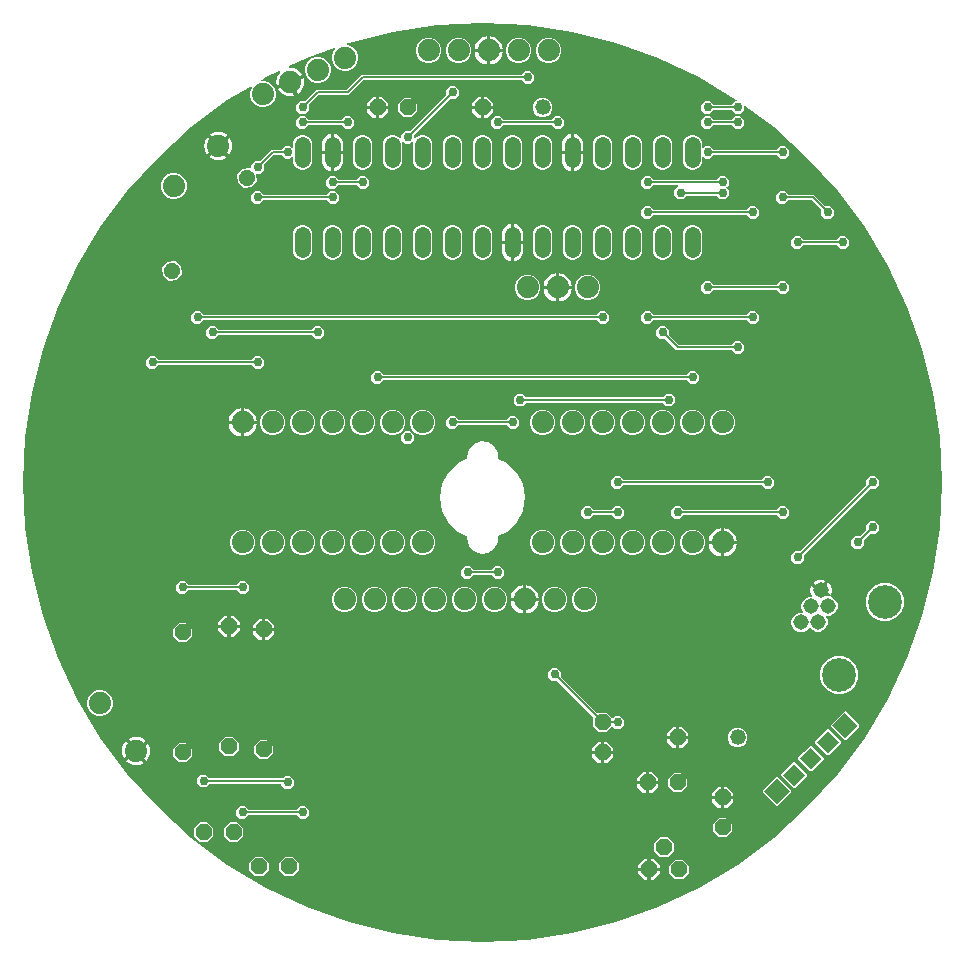
<source format=gbr>
G04 EAGLE Gerber RS-274X export*
G75*
%MOMM*%
%FSLAX34Y34*%
%LPD*%
%INBottom Copper*%
%IPPOS*%
%AMOC8*
5,1,8,0,0,1.08239X$1,22.5*%
G01*
%ADD10P,1.429621X8X202.500000*%
%ADD11P,1.429621X8X292.500000*%
%ADD12P,1.429621X8X112.500000*%
%ADD13C,1.320800*%
%ADD14C,1.308000*%
%ADD15C,2.850000*%
%ADD16P,1.429621X8X253.800000*%
%ADD17C,1.320800*%
%ADD18R,1.508000X1.508000*%
%ADD19R,1.308000X1.308000*%
%ADD20P,1.429621X8X22.500000*%
%ADD21C,1.879600*%
%ADD22C,0.152400*%
%ADD23C,0.756400*%

G36*
X38099Y-374507D02*
X38099Y-374507D01*
X38125Y-374501D01*
X38173Y-374499D01*
X75868Y-368908D01*
X75893Y-368900D01*
X75942Y-368893D01*
X112907Y-359634D01*
X112931Y-359623D01*
X112979Y-359612D01*
X148859Y-346774D01*
X148882Y-346761D01*
X148928Y-346745D01*
X183376Y-330452D01*
X183398Y-330437D01*
X183442Y-330417D01*
X216128Y-310826D01*
X216148Y-310809D01*
X216190Y-310784D01*
X246799Y-288084D01*
X246817Y-288065D01*
X246856Y-288036D01*
X275092Y-262445D01*
X275109Y-262424D01*
X275145Y-262392D01*
X300736Y-234156D01*
X300751Y-234134D01*
X300784Y-234099D01*
X323484Y-203490D01*
X323496Y-203467D01*
X323526Y-203428D01*
X343117Y-170742D01*
X343127Y-170718D01*
X343152Y-170676D01*
X359445Y-136228D01*
X359453Y-136202D01*
X359474Y-136159D01*
X372312Y-100279D01*
X372315Y-100260D01*
X372321Y-100249D01*
X372322Y-100239D01*
X372334Y-100207D01*
X381593Y-63242D01*
X381595Y-63215D01*
X381608Y-63168D01*
X387199Y-25473D01*
X387199Y-25447D01*
X387207Y-25399D01*
X389076Y12663D01*
X389073Y12689D01*
X389076Y12737D01*
X387207Y50799D01*
X387201Y50825D01*
X387199Y50873D01*
X381608Y88568D01*
X381600Y88593D01*
X381593Y88642D01*
X372334Y125607D01*
X372323Y125631D01*
X372312Y125679D01*
X359474Y161559D01*
X359461Y161582D01*
X359445Y161628D01*
X343152Y196076D01*
X343137Y196098D01*
X343117Y196142D01*
X323526Y228828D01*
X323509Y228848D01*
X323484Y228890D01*
X300784Y259499D01*
X300765Y259517D01*
X300736Y259556D01*
X275145Y287792D01*
X275124Y287809D01*
X275092Y287845D01*
X246856Y313436D01*
X246834Y313451D01*
X246799Y313484D01*
X222421Y331563D01*
X222407Y331570D01*
X222396Y331581D01*
X222298Y331626D01*
X222203Y331676D01*
X222187Y331678D01*
X222173Y331685D01*
X222066Y331697D01*
X221960Y331713D01*
X221944Y331710D01*
X221929Y331712D01*
X221823Y331689D01*
X221717Y331670D01*
X221704Y331663D01*
X221688Y331660D01*
X221596Y331604D01*
X221501Y331553D01*
X221491Y331541D01*
X221477Y331533D01*
X221407Y331451D01*
X221334Y331373D01*
X221327Y331359D01*
X221317Y331346D01*
X221277Y331246D01*
X221233Y331149D01*
X221231Y331133D01*
X221225Y331118D01*
X221207Y330952D01*
X221207Y328002D01*
X218098Y324893D01*
X213702Y324893D01*
X210905Y327690D01*
X210831Y327743D01*
X210761Y327803D01*
X210731Y327815D01*
X210705Y327834D01*
X210618Y327861D01*
X210533Y327895D01*
X210492Y327899D01*
X210470Y327906D01*
X210438Y327905D01*
X210367Y327913D01*
X196033Y327913D01*
X195943Y327899D01*
X195852Y327891D01*
X195823Y327879D01*
X195791Y327874D01*
X195710Y327831D01*
X195626Y327795D01*
X195594Y327769D01*
X195573Y327758D01*
X195551Y327735D01*
X195495Y327690D01*
X192698Y324893D01*
X188302Y324893D01*
X185193Y328002D01*
X185193Y332398D01*
X188302Y335507D01*
X192698Y335507D01*
X195495Y332710D01*
X195569Y332657D01*
X195639Y332597D01*
X195669Y332585D01*
X195695Y332566D01*
X195782Y332539D01*
X195867Y332505D01*
X195908Y332501D01*
X195930Y332494D01*
X195962Y332495D01*
X196033Y332487D01*
X210367Y332487D01*
X210457Y332501D01*
X210548Y332509D01*
X210577Y332521D01*
X210609Y332526D01*
X210690Y332569D01*
X210774Y332605D01*
X210806Y332631D01*
X210827Y332642D01*
X210849Y332665D01*
X210905Y332710D01*
X213702Y335507D01*
X214577Y335507D01*
X214618Y335513D01*
X214660Y335511D01*
X214739Y335533D01*
X214820Y335546D01*
X214857Y335566D01*
X214897Y335577D01*
X214965Y335623D01*
X215037Y335662D01*
X215066Y335692D01*
X215101Y335715D01*
X215150Y335781D01*
X215207Y335840D01*
X215224Y335878D01*
X215250Y335911D01*
X215276Y335989D01*
X215310Y336063D01*
X215315Y336104D01*
X215328Y336144D01*
X215328Y336226D01*
X215337Y336307D01*
X215329Y336348D01*
X215329Y336390D01*
X215303Y336468D01*
X215285Y336548D01*
X215264Y336584D01*
X215251Y336623D01*
X215201Y336689D01*
X215159Y336759D01*
X215127Y336786D01*
X215102Y336819D01*
X214978Y336914D01*
X214972Y336919D01*
X214971Y336919D01*
X214969Y336921D01*
X183442Y355817D01*
X183418Y355827D01*
X183376Y355852D01*
X148928Y372145D01*
X148902Y372153D01*
X148859Y372174D01*
X112979Y385012D01*
X112953Y385017D01*
X112907Y385034D01*
X75942Y394293D01*
X75915Y394295D01*
X75868Y394308D01*
X38173Y399899D01*
X38147Y399899D01*
X38099Y399907D01*
X37Y401776D01*
X11Y401773D01*
X-37Y401776D01*
X-38099Y399907D01*
X-38125Y399901D01*
X-38173Y399899D01*
X-75868Y394308D01*
X-75893Y394300D01*
X-75942Y394293D01*
X-112907Y385034D01*
X-112931Y385023D01*
X-112979Y385012D01*
X-114045Y384630D01*
X-114124Y384587D01*
X-114207Y384550D01*
X-114231Y384527D01*
X-114260Y384511D01*
X-114321Y384445D01*
X-114388Y384384D01*
X-114404Y384354D01*
X-114426Y384330D01*
X-114463Y384247D01*
X-114506Y384168D01*
X-114512Y384135D01*
X-114526Y384105D01*
X-114534Y384015D01*
X-114550Y383926D01*
X-114545Y383893D01*
X-114548Y383860D01*
X-114527Y383772D01*
X-114514Y383683D01*
X-114499Y383653D01*
X-114491Y383620D01*
X-114444Y383544D01*
X-114403Y383463D01*
X-114379Y383440D01*
X-114361Y383412D01*
X-114292Y383355D01*
X-114227Y383291D01*
X-114190Y383271D01*
X-114171Y383255D01*
X-114141Y383244D01*
X-114080Y383210D01*
X-110110Y381566D01*
X-107037Y378493D01*
X-105374Y374479D01*
X-105374Y370133D01*
X-107037Y366119D01*
X-110110Y363046D01*
X-114124Y361383D01*
X-118470Y361383D01*
X-122484Y363046D01*
X-125557Y366119D01*
X-127220Y370133D01*
X-127220Y374479D01*
X-125557Y378493D01*
X-124811Y379239D01*
X-124765Y379303D01*
X-124712Y379361D01*
X-124693Y379402D01*
X-124667Y379439D01*
X-124644Y379514D01*
X-124612Y379586D01*
X-124608Y379631D01*
X-124595Y379674D01*
X-124597Y379753D01*
X-124590Y379831D01*
X-124600Y379875D01*
X-124601Y379920D01*
X-124628Y379994D01*
X-124647Y380071D01*
X-124670Y380109D01*
X-124686Y380151D01*
X-124735Y380212D01*
X-124777Y380279D01*
X-124811Y380308D01*
X-124839Y380343D01*
X-124906Y380385D01*
X-124967Y380436D01*
X-125009Y380451D01*
X-125046Y380476D01*
X-125123Y380495D01*
X-125197Y380523D01*
X-125241Y380525D01*
X-125285Y380536D01*
X-125363Y380530D01*
X-125442Y380533D01*
X-125500Y380519D01*
X-125530Y380517D01*
X-125555Y380506D01*
X-125606Y380494D01*
X-148859Y372174D01*
X-148882Y372161D01*
X-148928Y372145D01*
X-163797Y365113D01*
X-163862Y365068D01*
X-163931Y365031D01*
X-163962Y364999D01*
X-163999Y364973D01*
X-164046Y364910D01*
X-164101Y364853D01*
X-164120Y364812D01*
X-164146Y364776D01*
X-164171Y364701D01*
X-164204Y364630D01*
X-164209Y364585D01*
X-164223Y364543D01*
X-164223Y364464D01*
X-164231Y364385D01*
X-164222Y364341D01*
X-164222Y364297D01*
X-164196Y364222D01*
X-164179Y364145D01*
X-164156Y364106D01*
X-164142Y364064D01*
X-164093Y364001D01*
X-164053Y363934D01*
X-164019Y363905D01*
X-163992Y363869D01*
X-163926Y363825D01*
X-163866Y363774D01*
X-163824Y363757D01*
X-163787Y363732D01*
X-163711Y363711D01*
X-163638Y363682D01*
X-163579Y363675D01*
X-163550Y363667D01*
X-163522Y363669D01*
X-163471Y363663D01*
X-161801Y363663D01*
X-159945Y363369D01*
X-158158Y362789D01*
X-156484Y361936D01*
X-154963Y360831D01*
X-153635Y359502D01*
X-152530Y357982D01*
X-152502Y357928D01*
X-162661Y353426D01*
X-162678Y353415D01*
X-162697Y353409D01*
X-162781Y353348D01*
X-162867Y353291D01*
X-162879Y353276D01*
X-162896Y353264D01*
X-162955Y353179D01*
X-163019Y353098D01*
X-163026Y353079D01*
X-163037Y353063D01*
X-163067Y352964D01*
X-163102Y352866D01*
X-163102Y352847D01*
X-163108Y352827D01*
X-163104Y352724D01*
X-163106Y352620D01*
X-163100Y352602D01*
X-163100Y352582D01*
X-163049Y352422D01*
X-162740Y351724D01*
X-162741Y351724D01*
X-163051Y352421D01*
X-163061Y352438D01*
X-163067Y352457D01*
X-163129Y352540D01*
X-163185Y352627D01*
X-163201Y352639D01*
X-163213Y352655D01*
X-163297Y352715D01*
X-163378Y352779D01*
X-163397Y352786D01*
X-163413Y352797D01*
X-163513Y352827D01*
X-163610Y352861D01*
X-163630Y352862D01*
X-163649Y352868D01*
X-163753Y352864D01*
X-163856Y352866D01*
X-163875Y352860D01*
X-163895Y352859D01*
X-164055Y352808D01*
X-174187Y348318D01*
X-174386Y348929D01*
X-174680Y350785D01*
X-174680Y352664D01*
X-174386Y354520D01*
X-173805Y356308D01*
X-172952Y357982D01*
X-171847Y359502D01*
X-171529Y359821D01*
X-171462Y359914D01*
X-171392Y360008D01*
X-171389Y360015D01*
X-171385Y360021D01*
X-171351Y360131D01*
X-171315Y360241D01*
X-171315Y360249D01*
X-171313Y360256D01*
X-171316Y360372D01*
X-171317Y360487D01*
X-171319Y360494D01*
X-171319Y360502D01*
X-171359Y360609D01*
X-171397Y360720D01*
X-171401Y360726D01*
X-171404Y360733D01*
X-171476Y360823D01*
X-171547Y360915D01*
X-171553Y360919D01*
X-171557Y360925D01*
X-171655Y360987D01*
X-171751Y361052D01*
X-171758Y361054D01*
X-171764Y361058D01*
X-171876Y361086D01*
X-171988Y361116D01*
X-171996Y361116D01*
X-172003Y361118D01*
X-172118Y361109D01*
X-172234Y361102D01*
X-172242Y361099D01*
X-172248Y361099D01*
X-172267Y361090D01*
X-172392Y361047D01*
X-183376Y355852D01*
X-183398Y355837D01*
X-183442Y355817D01*
X-186856Y353771D01*
X-186888Y353744D01*
X-186925Y353725D01*
X-186981Y353665D01*
X-187044Y353612D01*
X-187065Y353576D01*
X-187094Y353546D01*
X-187129Y353472D01*
X-187171Y353402D01*
X-187180Y353361D01*
X-187198Y353323D01*
X-187207Y353242D01*
X-187225Y353162D01*
X-187220Y353120D01*
X-187225Y353079D01*
X-187207Y352999D01*
X-187199Y352917D01*
X-187181Y352879D01*
X-187173Y352838D01*
X-187130Y352768D01*
X-187096Y352693D01*
X-187068Y352663D01*
X-187046Y352627D01*
X-186984Y352574D01*
X-186928Y352514D01*
X-186891Y352494D01*
X-186859Y352467D01*
X-186783Y352437D01*
X-186711Y352398D01*
X-186670Y352391D01*
X-186631Y352375D01*
X-186476Y352358D01*
X-186469Y352357D01*
X-186467Y352357D01*
X-186465Y352357D01*
X-183790Y352357D01*
X-179776Y350694D01*
X-176703Y347621D01*
X-175040Y343607D01*
X-175040Y339261D01*
X-176703Y335247D01*
X-179776Y332174D01*
X-183790Y330511D01*
X-188136Y330511D01*
X-192150Y332174D01*
X-195223Y335247D01*
X-196886Y339261D01*
X-196886Y343607D01*
X-195479Y347002D01*
X-195479Y347006D01*
X-195476Y347010D01*
X-195450Y347126D01*
X-195423Y347241D01*
X-195424Y347246D01*
X-195423Y347250D01*
X-195435Y347368D01*
X-195446Y347486D01*
X-195448Y347490D01*
X-195449Y347494D01*
X-195498Y347603D01*
X-195546Y347711D01*
X-195549Y347714D01*
X-195551Y347718D01*
X-195632Y347804D01*
X-195713Y347892D01*
X-195717Y347894D01*
X-195719Y347897D01*
X-195823Y347952D01*
X-195928Y348011D01*
X-195933Y348011D01*
X-195936Y348013D01*
X-196053Y348033D01*
X-196170Y348054D01*
X-196175Y348054D01*
X-196179Y348054D01*
X-196296Y348036D01*
X-196414Y348019D01*
X-196417Y348017D01*
X-196422Y348016D01*
X-196574Y347946D01*
X-216128Y336226D01*
X-216148Y336209D01*
X-216190Y336184D01*
X-246799Y313484D01*
X-246817Y313465D01*
X-246856Y313436D01*
X-275092Y287845D01*
X-275109Y287824D01*
X-275145Y287792D01*
X-300736Y259556D01*
X-300751Y259534D01*
X-300784Y259499D01*
X-323484Y228890D01*
X-323492Y228876D01*
X-323502Y228865D01*
X-323509Y228850D01*
X-323526Y228828D01*
X-343117Y196142D01*
X-343127Y196118D01*
X-343152Y196076D01*
X-359445Y161628D01*
X-359453Y161602D01*
X-359474Y161559D01*
X-372312Y125679D01*
X-372317Y125653D01*
X-372334Y125607D01*
X-381593Y88642D01*
X-381595Y88615D01*
X-381608Y88568D01*
X-387199Y50873D01*
X-387199Y50847D01*
X-387207Y50799D01*
X-389076Y12737D01*
X-389073Y12711D01*
X-389076Y12663D01*
X-387207Y-25399D01*
X-387201Y-25425D01*
X-387199Y-25473D01*
X-381608Y-63168D01*
X-381600Y-63193D01*
X-381593Y-63242D01*
X-372334Y-100207D01*
X-372323Y-100231D01*
X-372312Y-100279D01*
X-359474Y-136159D01*
X-359461Y-136182D01*
X-359445Y-136228D01*
X-343152Y-170676D01*
X-343137Y-170698D01*
X-343117Y-170742D01*
X-323526Y-203428D01*
X-323509Y-203448D01*
X-323484Y-203490D01*
X-300784Y-234099D01*
X-300765Y-234117D01*
X-300736Y-234156D01*
X-275145Y-262392D01*
X-275124Y-262409D01*
X-275092Y-262445D01*
X-246856Y-288036D01*
X-246834Y-288051D01*
X-246799Y-288084D01*
X-216190Y-310784D01*
X-216170Y-310795D01*
X-216165Y-310799D01*
X-216161Y-310801D01*
X-216128Y-310826D01*
X-183442Y-330417D01*
X-183418Y-330427D01*
X-183376Y-330452D01*
X-148928Y-346745D01*
X-148902Y-346753D01*
X-148859Y-346774D01*
X-112979Y-359612D01*
X-112953Y-359617D01*
X-112907Y-359634D01*
X-75942Y-368893D01*
X-75915Y-368895D01*
X-75868Y-368908D01*
X-38173Y-374499D01*
X-38147Y-374499D01*
X-38099Y-374507D01*
X-37Y-376376D01*
X-11Y-376373D01*
X37Y-376376D01*
X38099Y-374507D01*
G37*
%LPC*%
G36*
X-7612Y-45528D02*
X-7612Y-45528D01*
X-11865Y-40727D01*
X-13400Y-34500D01*
X-13212Y-33738D01*
X-13208Y-33682D01*
X-13193Y-33628D01*
X-13198Y-33560D01*
X-13193Y-33493D01*
X-13206Y-33439D01*
X-13210Y-33383D01*
X-13236Y-33320D01*
X-13252Y-33254D01*
X-13283Y-33207D01*
X-13304Y-33155D01*
X-13349Y-33104D01*
X-13385Y-33047D01*
X-13429Y-33012D01*
X-13466Y-32970D01*
X-13553Y-32912D01*
X-13577Y-32893D01*
X-13589Y-32889D01*
X-13606Y-32878D01*
X-21109Y-29054D01*
X-29054Y-21109D01*
X-34156Y-11098D01*
X-35913Y0D01*
X-34156Y11098D01*
X-29054Y21109D01*
X-21109Y29054D01*
X-13606Y32878D01*
X-13561Y32911D01*
X-13510Y32936D01*
X-13462Y32983D01*
X-13407Y33023D01*
X-13375Y33069D01*
X-13335Y33109D01*
X-13305Y33169D01*
X-13266Y33224D01*
X-13250Y33278D01*
X-13225Y33328D01*
X-13215Y33395D01*
X-13196Y33460D01*
X-13198Y33516D01*
X-13190Y33572D01*
X-13204Y33676D01*
X-13205Y33706D01*
X-13210Y33718D01*
X-13212Y33738D01*
X-13400Y34500D01*
X-11865Y40727D01*
X-7612Y45528D01*
X-1615Y47802D01*
X4752Y47029D01*
X10030Y43386D01*
X13011Y37707D01*
X13011Y33647D01*
X13025Y33561D01*
X13031Y33474D01*
X13044Y33441D01*
X13050Y33405D01*
X13091Y33328D01*
X13125Y33247D01*
X13148Y33219D01*
X13165Y33187D01*
X13229Y33127D01*
X13286Y33061D01*
X13325Y33036D01*
X13344Y33018D01*
X13372Y33005D01*
X13426Y32969D01*
X21109Y29054D01*
X29054Y21109D01*
X34156Y11098D01*
X35913Y0D01*
X34156Y-11098D01*
X29054Y-21109D01*
X21109Y-29054D01*
X13426Y-32969D01*
X13356Y-33021D01*
X13281Y-33066D01*
X13257Y-33093D01*
X13228Y-33115D01*
X13178Y-33186D01*
X13121Y-33253D01*
X13107Y-33286D01*
X13087Y-33316D01*
X13062Y-33400D01*
X13029Y-33481D01*
X13024Y-33527D01*
X13017Y-33552D01*
X13018Y-33583D01*
X13011Y-33647D01*
X13011Y-37707D01*
X10030Y-43386D01*
X4752Y-47029D01*
X-1615Y-47802D01*
X-7612Y-45528D01*
G37*
%LPD*%
%LPC*%
G36*
X-243498Y147093D02*
X-243498Y147093D01*
X-246607Y150202D01*
X-246607Y154598D01*
X-243498Y157707D01*
X-239102Y157707D01*
X-236305Y154910D01*
X-236231Y154857D01*
X-236161Y154797D01*
X-236131Y154785D01*
X-236105Y154766D01*
X-236018Y154739D01*
X-235933Y154705D01*
X-235892Y154701D01*
X-235870Y154694D01*
X-235838Y154695D01*
X-235767Y154687D01*
X96067Y154687D01*
X96157Y154701D01*
X96248Y154709D01*
X96277Y154721D01*
X96309Y154726D01*
X96390Y154769D01*
X96474Y154805D01*
X96506Y154831D01*
X96527Y154842D01*
X96549Y154865D01*
X96605Y154910D01*
X99402Y157707D01*
X103798Y157707D01*
X106907Y154598D01*
X106907Y150202D01*
X103798Y147093D01*
X99402Y147093D01*
X96605Y149890D01*
X96531Y149943D01*
X96461Y150003D01*
X96431Y150015D01*
X96405Y150034D01*
X96318Y150061D01*
X96233Y150095D01*
X96192Y150099D01*
X96170Y150106D01*
X96138Y150105D01*
X96067Y150113D01*
X-235767Y150113D01*
X-235857Y150099D01*
X-235948Y150091D01*
X-235977Y150079D01*
X-236009Y150074D01*
X-236090Y150031D01*
X-236174Y149995D01*
X-236206Y149969D01*
X-236227Y149958D01*
X-236249Y149935D01*
X-236305Y149890D01*
X-239102Y147093D01*
X-243498Y147093D01*
G37*
%LPD*%
%LPC*%
G36*
X-91098Y96293D02*
X-91098Y96293D01*
X-94207Y99402D01*
X-94207Y103798D01*
X-91098Y106907D01*
X-86702Y106907D01*
X-83905Y104110D01*
X-83831Y104057D01*
X-83761Y103997D01*
X-83731Y103985D01*
X-83705Y103966D01*
X-83618Y103939D01*
X-83533Y103905D01*
X-83492Y103901D01*
X-83470Y103894D01*
X-83438Y103895D01*
X-83367Y103887D01*
X172267Y103887D01*
X172357Y103901D01*
X172448Y103909D01*
X172477Y103921D01*
X172509Y103926D01*
X172590Y103969D01*
X172674Y104005D01*
X172706Y104031D01*
X172727Y104042D01*
X172749Y104065D01*
X172805Y104110D01*
X175602Y106907D01*
X179998Y106907D01*
X183107Y103798D01*
X183107Y99402D01*
X179998Y96293D01*
X175602Y96293D01*
X172805Y99090D01*
X172731Y99143D01*
X172661Y99203D01*
X172631Y99215D01*
X172605Y99234D01*
X172518Y99261D01*
X172433Y99295D01*
X172392Y99299D01*
X172370Y99306D01*
X172338Y99305D01*
X172267Y99313D01*
X-83367Y99313D01*
X-83457Y99299D01*
X-83548Y99291D01*
X-83577Y99279D01*
X-83609Y99274D01*
X-83690Y99231D01*
X-83774Y99195D01*
X-83806Y99169D01*
X-83827Y99158D01*
X-83849Y99135D01*
X-83905Y99090D01*
X-86702Y96293D01*
X-91098Y96293D01*
G37*
%LPD*%
%LPC*%
G36*
X-77817Y277367D02*
X-77817Y277367D01*
X-80805Y278605D01*
X-83091Y280891D01*
X-84329Y283879D01*
X-84329Y300321D01*
X-83091Y303309D01*
X-80805Y305595D01*
X-77817Y306833D01*
X-74583Y306833D01*
X-71595Y305595D01*
X-70106Y304106D01*
X-70048Y304064D01*
X-69996Y304015D01*
X-69949Y303993D01*
X-69907Y303962D01*
X-69838Y303941D01*
X-69773Y303911D01*
X-69721Y303905D01*
X-69671Y303890D01*
X-69600Y303892D01*
X-69529Y303884D01*
X-69478Y303895D01*
X-69426Y303896D01*
X-69358Y303921D01*
X-69288Y303936D01*
X-69243Y303963D01*
X-69195Y303981D01*
X-69139Y304026D01*
X-69077Y304063D01*
X-69043Y304102D01*
X-69003Y304135D01*
X-68964Y304195D01*
X-68917Y304249D01*
X-68898Y304298D01*
X-68870Y304342D01*
X-68852Y304411D01*
X-68825Y304478D01*
X-68817Y304549D01*
X-68809Y304580D01*
X-68811Y304603D01*
X-68807Y304644D01*
X-68807Y306998D01*
X-65698Y310107D01*
X-61742Y310107D01*
X-61652Y310121D01*
X-61561Y310129D01*
X-61532Y310141D01*
X-61500Y310146D01*
X-61419Y310189D01*
X-61335Y310225D01*
X-61303Y310251D01*
X-61282Y310262D01*
X-61260Y310285D01*
X-61204Y310330D01*
X-30930Y340604D01*
X-30877Y340678D01*
X-30817Y340748D01*
X-30805Y340778D01*
X-30786Y340804D01*
X-30759Y340891D01*
X-30725Y340976D01*
X-30721Y341017D01*
X-30714Y341039D01*
X-30715Y341071D01*
X-30707Y341142D01*
X-30707Y345098D01*
X-27598Y348207D01*
X-23202Y348207D01*
X-20093Y345098D01*
X-20093Y340702D01*
X-23202Y337593D01*
X-27158Y337593D01*
X-27248Y337579D01*
X-27339Y337571D01*
X-27368Y337559D01*
X-27400Y337554D01*
X-27481Y337511D01*
X-27565Y337475D01*
X-27597Y337449D01*
X-27618Y337438D01*
X-27640Y337415D01*
X-27696Y337370D01*
X-57970Y307096D01*
X-58023Y307022D01*
X-58083Y306952D01*
X-58095Y306922D01*
X-58114Y306896D01*
X-58141Y306809D01*
X-58175Y306724D01*
X-58179Y306683D01*
X-58186Y306661D01*
X-58185Y306629D01*
X-58193Y306558D01*
X-58193Y304644D01*
X-58182Y304574D01*
X-58180Y304502D01*
X-58162Y304453D01*
X-58154Y304402D01*
X-58120Y304338D01*
X-58095Y304271D01*
X-58063Y304230D01*
X-58038Y304184D01*
X-57986Y304135D01*
X-57942Y304079D01*
X-57898Y304051D01*
X-57860Y304015D01*
X-57795Y303985D01*
X-57735Y303946D01*
X-57684Y303933D01*
X-57637Y303911D01*
X-57566Y303903D01*
X-57496Y303886D01*
X-57444Y303890D01*
X-57393Y303884D01*
X-57322Y303899D01*
X-57251Y303905D01*
X-57203Y303925D01*
X-57152Y303936D01*
X-57091Y303973D01*
X-57025Y304001D01*
X-56969Y304046D01*
X-56941Y304063D01*
X-56926Y304080D01*
X-56894Y304106D01*
X-55405Y305595D01*
X-52417Y306833D01*
X-49183Y306833D01*
X-46195Y305595D01*
X-43909Y303309D01*
X-42671Y300321D01*
X-42671Y283879D01*
X-43909Y280891D01*
X-46195Y278605D01*
X-49183Y277367D01*
X-52417Y277367D01*
X-55405Y278605D01*
X-57691Y280891D01*
X-58929Y283879D01*
X-58929Y300029D01*
X-58940Y300099D01*
X-58942Y300171D01*
X-58960Y300220D01*
X-58968Y300271D01*
X-59002Y300335D01*
X-59027Y300402D01*
X-59059Y300443D01*
X-59084Y300489D01*
X-59136Y300538D01*
X-59180Y300594D01*
X-59224Y300622D01*
X-59262Y300658D01*
X-59327Y300688D01*
X-59387Y300727D01*
X-59438Y300740D01*
X-59485Y300762D01*
X-59556Y300770D01*
X-59626Y300787D01*
X-59678Y300783D01*
X-59729Y300789D01*
X-59800Y300774D01*
X-59871Y300768D01*
X-59919Y300748D01*
X-59970Y300737D01*
X-60031Y300700D01*
X-60097Y300672D01*
X-60153Y300627D01*
X-60181Y300610D01*
X-60196Y300593D01*
X-60228Y300567D01*
X-61302Y299493D01*
X-65698Y299493D01*
X-66772Y300567D01*
X-66830Y300609D01*
X-66882Y300658D01*
X-66929Y300680D01*
X-66971Y300710D01*
X-67040Y300732D01*
X-67105Y300762D01*
X-67157Y300767D01*
X-67207Y300783D01*
X-67278Y300781D01*
X-67349Y300789D01*
X-67400Y300778D01*
X-67452Y300776D01*
X-67520Y300752D01*
X-67590Y300737D01*
X-67635Y300710D01*
X-67683Y300692D01*
X-67739Y300647D01*
X-67801Y300610D01*
X-67835Y300571D01*
X-67875Y300538D01*
X-67914Y300478D01*
X-67961Y300423D01*
X-67980Y300375D01*
X-68008Y300331D01*
X-68026Y300262D01*
X-68053Y300195D01*
X-68061Y300124D01*
X-68069Y300093D01*
X-68067Y300070D01*
X-68071Y300029D01*
X-68071Y283879D01*
X-69309Y280891D01*
X-71595Y278605D01*
X-74583Y277367D01*
X-77817Y277367D01*
G37*
%LPD*%
%LPC*%
G36*
X-154598Y324893D02*
X-154598Y324893D01*
X-157707Y328002D01*
X-157707Y332398D01*
X-154598Y335507D01*
X-150643Y335507D01*
X-150552Y335521D01*
X-150462Y335529D01*
X-150432Y335541D01*
X-150400Y335546D01*
X-150319Y335589D01*
X-150235Y335625D01*
X-150203Y335651D01*
X-150182Y335662D01*
X-150160Y335685D01*
X-150104Y335730D01*
X-140647Y345187D01*
X-115563Y345187D01*
X-115472Y345201D01*
X-115382Y345209D01*
X-115352Y345221D01*
X-115320Y345226D01*
X-115239Y345269D01*
X-115155Y345305D01*
X-115123Y345331D01*
X-115102Y345342D01*
X-115080Y345365D01*
X-115024Y345410D01*
X-102547Y357887D01*
X32567Y357887D01*
X32657Y357901D01*
X32748Y357909D01*
X32777Y357921D01*
X32809Y357926D01*
X32890Y357969D01*
X32974Y358005D01*
X33006Y358031D01*
X33027Y358042D01*
X33049Y358065D01*
X33105Y358110D01*
X35902Y360907D01*
X40298Y360907D01*
X43407Y357798D01*
X43407Y353402D01*
X40298Y350293D01*
X35902Y350293D01*
X33105Y353090D01*
X33031Y353143D01*
X32961Y353203D01*
X32931Y353215D01*
X32905Y353234D01*
X32818Y353261D01*
X32733Y353295D01*
X32692Y353299D01*
X32670Y353306D01*
X32638Y353305D01*
X32567Y353313D01*
X-100337Y353313D01*
X-100428Y353299D01*
X-100518Y353291D01*
X-100548Y353279D01*
X-100580Y353274D01*
X-100661Y353231D01*
X-100745Y353195D01*
X-100777Y353169D01*
X-100798Y353158D01*
X-100820Y353135D01*
X-100876Y353090D01*
X-113353Y340613D01*
X-138437Y340613D01*
X-138528Y340599D01*
X-138618Y340591D01*
X-138648Y340579D01*
X-138680Y340574D01*
X-138761Y340531D01*
X-138845Y340495D01*
X-138877Y340469D01*
X-138898Y340458D01*
X-138920Y340435D01*
X-138976Y340390D01*
X-146870Y332496D01*
X-146923Y332422D01*
X-146983Y332352D01*
X-146995Y332322D01*
X-147014Y332296D01*
X-147041Y332209D01*
X-147075Y332124D01*
X-147079Y332083D01*
X-147086Y332061D01*
X-147085Y332029D01*
X-147093Y331957D01*
X-147093Y328002D01*
X-150202Y324893D01*
X-154598Y324893D01*
G37*
%LPD*%
%LPC*%
G36*
X-207088Y266547D02*
X-207088Y266547D01*
X-207827Y273241D01*
X-203616Y278496D01*
X-196880Y279240D01*
X-196830Y279211D01*
X-196800Y279206D01*
X-196773Y279193D01*
X-196680Y279183D01*
X-196588Y279165D01*
X-196558Y279169D01*
X-196529Y279166D01*
X-196437Y279186D01*
X-196344Y279198D01*
X-196318Y279212D01*
X-196288Y279218D01*
X-196208Y279266D01*
X-196124Y279308D01*
X-196103Y279329D01*
X-196077Y279344D01*
X-196016Y279415D01*
X-195950Y279481D01*
X-195937Y279508D01*
X-195917Y279531D01*
X-195882Y279618D01*
X-195841Y279702D01*
X-195836Y279731D01*
X-195825Y279759D01*
X-195807Y279926D01*
X-195807Y281598D01*
X-192698Y284707D01*
X-188743Y284707D01*
X-188652Y284721D01*
X-188562Y284729D01*
X-188532Y284741D01*
X-188500Y284746D01*
X-188419Y284789D01*
X-188335Y284825D01*
X-188303Y284851D01*
X-188282Y284862D01*
X-188260Y284885D01*
X-188204Y284930D01*
X-178747Y294387D01*
X-170633Y294387D01*
X-170543Y294401D01*
X-170452Y294409D01*
X-170423Y294421D01*
X-170391Y294426D01*
X-170310Y294469D01*
X-170226Y294505D01*
X-170194Y294531D01*
X-170173Y294542D01*
X-170151Y294565D01*
X-170095Y294610D01*
X-167298Y297407D01*
X-162902Y297407D01*
X-161828Y296333D01*
X-161770Y296291D01*
X-161718Y296242D01*
X-161671Y296220D01*
X-161629Y296190D01*
X-161560Y296168D01*
X-161495Y296138D01*
X-161443Y296133D01*
X-161393Y296117D01*
X-161322Y296119D01*
X-161251Y296111D01*
X-161200Y296122D01*
X-161148Y296124D01*
X-161080Y296148D01*
X-161010Y296163D01*
X-160965Y296190D01*
X-160917Y296208D01*
X-160861Y296253D01*
X-160799Y296290D01*
X-160765Y296329D01*
X-160725Y296362D01*
X-160686Y296422D01*
X-160639Y296477D01*
X-160620Y296525D01*
X-160592Y296569D01*
X-160574Y296638D01*
X-160547Y296705D01*
X-160539Y296776D01*
X-160531Y296807D01*
X-160533Y296830D01*
X-160529Y296871D01*
X-160529Y300321D01*
X-159291Y303309D01*
X-157005Y305595D01*
X-154017Y306833D01*
X-150783Y306833D01*
X-147795Y305595D01*
X-145509Y303309D01*
X-144271Y300321D01*
X-144271Y283879D01*
X-145509Y280891D01*
X-147795Y278605D01*
X-150783Y277367D01*
X-154017Y277367D01*
X-157005Y278605D01*
X-159291Y280891D01*
X-160529Y283879D01*
X-160529Y287329D01*
X-160540Y287399D01*
X-160542Y287471D01*
X-160560Y287520D01*
X-160568Y287571D01*
X-160602Y287635D01*
X-160627Y287702D01*
X-160659Y287743D01*
X-160684Y287789D01*
X-160736Y287838D01*
X-160780Y287894D01*
X-160824Y287922D01*
X-160862Y287958D01*
X-160927Y287988D01*
X-160987Y288027D01*
X-161038Y288040D01*
X-161085Y288062D01*
X-161156Y288070D01*
X-161226Y288087D01*
X-161278Y288083D01*
X-161329Y288089D01*
X-161400Y288074D01*
X-161471Y288068D01*
X-161519Y288048D01*
X-161570Y288037D01*
X-161631Y288000D01*
X-161697Y287972D01*
X-161753Y287927D01*
X-161781Y287910D01*
X-161796Y287893D01*
X-161828Y287867D01*
X-162902Y286793D01*
X-167298Y286793D01*
X-170095Y289590D01*
X-170169Y289643D01*
X-170239Y289703D01*
X-170269Y289715D01*
X-170295Y289734D01*
X-170382Y289761D01*
X-170467Y289795D01*
X-170508Y289799D01*
X-170530Y289806D01*
X-170562Y289805D01*
X-170633Y289813D01*
X-176537Y289813D01*
X-176628Y289799D01*
X-176718Y289791D01*
X-176748Y289779D01*
X-176780Y289774D01*
X-176861Y289731D01*
X-176945Y289695D01*
X-176977Y289669D01*
X-176998Y289658D01*
X-177020Y289635D01*
X-177076Y289590D01*
X-184970Y281696D01*
X-185023Y281622D01*
X-185083Y281552D01*
X-185095Y281522D01*
X-185114Y281496D01*
X-185141Y281409D01*
X-185175Y281324D01*
X-185179Y281283D01*
X-185186Y281261D01*
X-185185Y281229D01*
X-185193Y281157D01*
X-185193Y277202D01*
X-188302Y274093D01*
X-190715Y274093D01*
X-190776Y274083D01*
X-190837Y274083D01*
X-190896Y274064D01*
X-190958Y274054D01*
X-191012Y274025D01*
X-191071Y274005D01*
X-191120Y273967D01*
X-191175Y273938D01*
X-191217Y273894D01*
X-191267Y273856D01*
X-191302Y273805D01*
X-191344Y273760D01*
X-191370Y273704D01*
X-191405Y273653D01*
X-191422Y273593D01*
X-191448Y273537D01*
X-191455Y273476D01*
X-191471Y273416D01*
X-191471Y273325D01*
X-191475Y273293D01*
X-191471Y273276D01*
X-191471Y273248D01*
X-190929Y268331D01*
X-195139Y263076D01*
X-201832Y262337D01*
X-207088Y266547D01*
G37*
%LPD*%
%LPC*%
G36*
X268000Y-113897D02*
X268000Y-113897D01*
X265036Y-112670D01*
X262767Y-110401D01*
X261540Y-107437D01*
X261540Y-104228D01*
X262767Y-101264D01*
X265036Y-98996D01*
X268000Y-97768D01*
X270512Y-97768D01*
X270557Y-97760D01*
X270603Y-97762D01*
X270678Y-97741D01*
X270755Y-97728D01*
X270795Y-97707D01*
X270839Y-97694D01*
X270903Y-97649D01*
X270972Y-97613D01*
X271004Y-97580D01*
X271041Y-97554D01*
X271088Y-97491D01*
X271142Y-97435D01*
X271161Y-97393D01*
X271188Y-97356D01*
X271212Y-97282D01*
X271245Y-97212D01*
X271250Y-97166D01*
X271264Y-97122D01*
X271264Y-97044D01*
X271272Y-96967D01*
X271262Y-96922D01*
X271262Y-96876D01*
X271224Y-96745D01*
X271220Y-96727D01*
X271217Y-96723D01*
X271217Y-96719D01*
X271216Y-96718D01*
X271215Y-96715D01*
X270042Y-93883D01*
X270042Y-90674D01*
X271270Y-87710D01*
X273538Y-85442D01*
X276503Y-84214D01*
X277931Y-84214D01*
X278050Y-84195D01*
X278169Y-84176D01*
X278171Y-84175D01*
X278174Y-84174D01*
X278280Y-84118D01*
X278387Y-84063D01*
X278389Y-84060D01*
X278392Y-84059D01*
X278473Y-83973D01*
X278558Y-83886D01*
X278559Y-83883D01*
X278561Y-83881D01*
X278612Y-83770D01*
X278663Y-83663D01*
X278663Y-83660D01*
X278665Y-83658D01*
X278678Y-83538D01*
X278692Y-83419D01*
X278691Y-83416D01*
X278692Y-83413D01*
X278666Y-83296D01*
X278642Y-83178D01*
X278640Y-83175D01*
X278639Y-83173D01*
X278634Y-83164D01*
X278564Y-83030D01*
X278562Y-83026D01*
X277877Y-81373D01*
X277528Y-79619D01*
X277528Y-77830D01*
X277877Y-76076D01*
X278216Y-75258D01*
X285154Y-79610D01*
X285172Y-79618D01*
X285188Y-79630D01*
X285285Y-79665D01*
X285381Y-79705D01*
X285401Y-79707D01*
X285419Y-79714D01*
X285523Y-79716D01*
X285626Y-79723D01*
X285646Y-79718D01*
X285665Y-79719D01*
X285764Y-79688D01*
X285864Y-79662D01*
X285881Y-79651D01*
X285900Y-79646D01*
X285984Y-79585D01*
X286071Y-79528D01*
X286083Y-79513D01*
X286099Y-79501D01*
X286204Y-79370D01*
X286609Y-78724D01*
X286610Y-78724D01*
X286205Y-79371D01*
X286197Y-79389D01*
X286185Y-79405D01*
X286150Y-79502D01*
X286110Y-79597D01*
X286108Y-79617D01*
X286101Y-79636D01*
X286099Y-79739D01*
X286092Y-79843D01*
X286097Y-79862D01*
X286096Y-79882D01*
X286127Y-79981D01*
X286153Y-80081D01*
X286164Y-80098D01*
X286170Y-80117D01*
X286230Y-80200D01*
X286287Y-80287D01*
X286302Y-80300D01*
X286314Y-80316D01*
X286445Y-80420D01*
X291670Y-83697D01*
X291675Y-83700D01*
X291679Y-83703D01*
X291789Y-83748D01*
X291897Y-83793D01*
X291902Y-83793D01*
X291908Y-83795D01*
X292074Y-83814D01*
X294128Y-83814D01*
X297092Y-85042D01*
X299360Y-87310D01*
X300588Y-90274D01*
X300588Y-93483D01*
X299360Y-96447D01*
X297092Y-98715D01*
X294128Y-99943D01*
X291616Y-99943D01*
X291571Y-99951D01*
X291525Y-99949D01*
X291450Y-99970D01*
X291373Y-99983D01*
X291333Y-100004D01*
X291288Y-100017D01*
X291224Y-100062D01*
X291156Y-100098D01*
X291124Y-100131D01*
X291086Y-100157D01*
X291040Y-100220D01*
X290986Y-100276D01*
X290967Y-100318D01*
X290940Y-100355D01*
X290915Y-100429D01*
X290883Y-100499D01*
X290878Y-100545D01*
X290863Y-100589D01*
X290864Y-100667D01*
X290856Y-100744D01*
X290865Y-100789D01*
X290866Y-100835D01*
X290904Y-100966D01*
X290908Y-100984D01*
X290910Y-100989D01*
X290912Y-100996D01*
X292086Y-103828D01*
X292086Y-107037D01*
X290858Y-110001D01*
X288589Y-112269D01*
X285625Y-113497D01*
X282417Y-113497D01*
X279453Y-112269D01*
X277551Y-110368D01*
X277535Y-110356D01*
X277522Y-110340D01*
X277435Y-110284D01*
X277351Y-110224D01*
X277332Y-110218D01*
X277316Y-110207D01*
X277215Y-110182D01*
X277116Y-110152D01*
X277096Y-110152D01*
X277077Y-110147D01*
X276974Y-110155D01*
X276870Y-110158D01*
X276852Y-110165D01*
X276832Y-110167D01*
X276737Y-110207D01*
X276639Y-110243D01*
X276624Y-110255D01*
X276605Y-110263D01*
X276475Y-110368D01*
X274173Y-112670D01*
X271209Y-113897D01*
X268000Y-113897D01*
G37*
%LPD*%
%LPC*%
G36*
X201002Y252305D02*
X201002Y252305D01*
X198205Y255102D01*
X198131Y255155D01*
X198061Y255215D01*
X198031Y255227D01*
X198005Y255246D01*
X197918Y255273D01*
X197833Y255307D01*
X197792Y255311D01*
X197770Y255318D01*
X197738Y255317D01*
X197667Y255325D01*
X172975Y255325D01*
X172885Y255311D01*
X172794Y255303D01*
X172765Y255291D01*
X172733Y255286D01*
X172652Y255243D01*
X172568Y255207D01*
X172536Y255181D01*
X172515Y255170D01*
X172493Y255147D01*
X172437Y255102D01*
X169838Y252503D01*
X165442Y252503D01*
X162333Y255612D01*
X162333Y260008D01*
X165439Y263114D01*
X165481Y263172D01*
X165530Y263224D01*
X165552Y263271D01*
X165582Y263313D01*
X165604Y263382D01*
X165634Y263447D01*
X165639Y263499D01*
X165655Y263549D01*
X165653Y263620D01*
X165661Y263691D01*
X165650Y263742D01*
X165648Y263794D01*
X165624Y263862D01*
X165609Y263932D01*
X165582Y263977D01*
X165564Y264025D01*
X165519Y264081D01*
X165482Y264143D01*
X165443Y264177D01*
X165410Y264217D01*
X165350Y264256D01*
X165295Y264303D01*
X165247Y264322D01*
X165203Y264350D01*
X165134Y264368D01*
X165067Y264395D01*
X164996Y264403D01*
X164965Y264411D01*
X164942Y264409D01*
X164901Y264413D01*
X145233Y264413D01*
X145143Y264399D01*
X145052Y264391D01*
X145023Y264379D01*
X144991Y264374D01*
X144910Y264331D01*
X144826Y264295D01*
X144794Y264269D01*
X144773Y264258D01*
X144751Y264235D01*
X144695Y264190D01*
X141898Y261393D01*
X137502Y261393D01*
X134393Y264502D01*
X134393Y268898D01*
X137502Y272007D01*
X141898Y272007D01*
X144695Y269210D01*
X144769Y269157D01*
X144839Y269097D01*
X144869Y269085D01*
X144895Y269066D01*
X144982Y269039D01*
X145067Y269005D01*
X145108Y269001D01*
X145130Y268994D01*
X145162Y268995D01*
X145233Y268987D01*
X197667Y268987D01*
X197757Y269001D01*
X197848Y269009D01*
X197877Y269021D01*
X197909Y269026D01*
X197990Y269069D01*
X198074Y269105D01*
X198106Y269131D01*
X198127Y269142D01*
X198149Y269165D01*
X198205Y269210D01*
X201002Y272007D01*
X205398Y272007D01*
X208507Y268898D01*
X208507Y264502D01*
X206699Y262694D01*
X206688Y262678D01*
X206672Y262666D01*
X206616Y262578D01*
X206556Y262495D01*
X206550Y262476D01*
X206539Y262459D01*
X206514Y262358D01*
X206483Y262259D01*
X206484Y262240D01*
X206479Y262220D01*
X206487Y262117D01*
X206490Y262014D01*
X206496Y261995D01*
X206498Y261975D01*
X206538Y261880D01*
X206574Y261783D01*
X206587Y261767D01*
X206594Y261749D01*
X206699Y261618D01*
X208507Y259810D01*
X208507Y255414D01*
X205398Y252305D01*
X201002Y252305D01*
G37*
%LPD*%
%LPC*%
G36*
X176183Y277367D02*
X176183Y277367D01*
X173195Y278605D01*
X170909Y280891D01*
X169671Y283879D01*
X169671Y300321D01*
X170909Y303309D01*
X173195Y305595D01*
X176183Y306833D01*
X179417Y306833D01*
X182405Y305595D01*
X184691Y303309D01*
X185929Y300321D01*
X185929Y296871D01*
X185940Y296801D01*
X185942Y296729D01*
X185960Y296680D01*
X185968Y296629D01*
X186002Y296565D01*
X186027Y296498D01*
X186059Y296457D01*
X186084Y296411D01*
X186136Y296362D01*
X186180Y296306D01*
X186224Y296278D01*
X186262Y296242D01*
X186327Y296212D01*
X186387Y296173D01*
X186438Y296160D01*
X186485Y296138D01*
X186556Y296130D01*
X186626Y296113D01*
X186678Y296117D01*
X186729Y296111D01*
X186800Y296126D01*
X186871Y296132D01*
X186919Y296152D01*
X186970Y296163D01*
X187031Y296200D01*
X187097Y296228D01*
X187153Y296273D01*
X187181Y296290D01*
X187196Y296307D01*
X187228Y296333D01*
X188302Y297407D01*
X192698Y297407D01*
X195495Y294610D01*
X195569Y294557D01*
X195639Y294497D01*
X195669Y294485D01*
X195695Y294466D01*
X195782Y294439D01*
X195867Y294405D01*
X195908Y294401D01*
X195930Y294394D01*
X195962Y294395D01*
X196033Y294387D01*
X248467Y294387D01*
X248557Y294401D01*
X248648Y294409D01*
X248677Y294421D01*
X248709Y294426D01*
X248790Y294469D01*
X248874Y294505D01*
X248906Y294531D01*
X248927Y294542D01*
X248949Y294565D01*
X249005Y294610D01*
X251802Y297407D01*
X256198Y297407D01*
X259307Y294298D01*
X259307Y289902D01*
X256198Y286793D01*
X251802Y286793D01*
X249005Y289590D01*
X248931Y289643D01*
X248861Y289703D01*
X248831Y289715D01*
X248805Y289734D01*
X248718Y289761D01*
X248633Y289795D01*
X248592Y289799D01*
X248570Y289806D01*
X248538Y289805D01*
X248467Y289813D01*
X196033Y289813D01*
X195943Y289799D01*
X195852Y289791D01*
X195823Y289779D01*
X195791Y289774D01*
X195710Y289731D01*
X195626Y289695D01*
X195594Y289669D01*
X195573Y289658D01*
X195551Y289635D01*
X195495Y289590D01*
X192698Y286793D01*
X188302Y286793D01*
X187228Y287867D01*
X187170Y287909D01*
X187118Y287958D01*
X187071Y287980D01*
X187029Y288010D01*
X186960Y288032D01*
X186895Y288062D01*
X186843Y288067D01*
X186793Y288083D01*
X186722Y288081D01*
X186651Y288089D01*
X186600Y288078D01*
X186548Y288076D01*
X186480Y288052D01*
X186410Y288037D01*
X186365Y288010D01*
X186317Y287992D01*
X186261Y287947D01*
X186199Y287910D01*
X186165Y287871D01*
X186125Y287838D01*
X186086Y287778D01*
X186039Y287723D01*
X186020Y287675D01*
X185992Y287631D01*
X185974Y287562D01*
X185947Y287495D01*
X185939Y287424D01*
X185931Y287393D01*
X185933Y287370D01*
X185929Y287329D01*
X185929Y283879D01*
X184691Y280891D01*
X182405Y278605D01*
X179417Y277367D01*
X176183Y277367D01*
G37*
%LPD*%
%LPC*%
G36*
X298776Y-166075D02*
X298776Y-166075D01*
X292978Y-163673D01*
X288541Y-159236D01*
X286139Y-153438D01*
X286139Y-147162D01*
X288541Y-141364D01*
X292978Y-136927D01*
X298776Y-134525D01*
X305052Y-134525D01*
X310850Y-136927D01*
X315287Y-141364D01*
X317689Y-147162D01*
X317689Y-153438D01*
X315287Y-159236D01*
X310850Y-163673D01*
X305052Y-166075D01*
X298776Y-166075D01*
G37*
%LPD*%
%LPC*%
G36*
X337568Y-104235D02*
X337568Y-104235D01*
X331770Y-101833D01*
X327333Y-97396D01*
X324931Y-91598D01*
X324931Y-85322D01*
X327333Y-79524D01*
X331770Y-75087D01*
X337568Y-72685D01*
X343844Y-72685D01*
X349642Y-75087D01*
X354079Y-79524D01*
X356481Y-85322D01*
X356481Y-91598D01*
X354079Y-97396D01*
X349642Y-101833D01*
X343844Y-104235D01*
X337568Y-104235D01*
G37*
%LPD*%
%LPC*%
G36*
X112102Y7393D02*
X112102Y7393D01*
X108993Y10502D01*
X108993Y14898D01*
X112102Y18007D01*
X116498Y18007D01*
X119295Y15210D01*
X119369Y15157D01*
X119439Y15097D01*
X119469Y15085D01*
X119495Y15066D01*
X119582Y15039D01*
X119667Y15005D01*
X119708Y15001D01*
X119730Y14994D01*
X119762Y14995D01*
X119833Y14987D01*
X235767Y14987D01*
X235857Y15001D01*
X235948Y15009D01*
X235977Y15021D01*
X236009Y15026D01*
X236090Y15069D01*
X236174Y15105D01*
X236206Y15131D01*
X236227Y15142D01*
X236249Y15165D01*
X236305Y15210D01*
X239102Y18007D01*
X243498Y18007D01*
X246607Y14898D01*
X246607Y10502D01*
X243498Y7393D01*
X239102Y7393D01*
X236305Y10190D01*
X236231Y10243D01*
X236161Y10303D01*
X236131Y10315D01*
X236105Y10334D01*
X236018Y10361D01*
X235933Y10395D01*
X235892Y10399D01*
X235870Y10406D01*
X235838Y10405D01*
X235767Y10413D01*
X119833Y10413D01*
X119743Y10399D01*
X119652Y10391D01*
X119623Y10379D01*
X119591Y10374D01*
X119510Y10331D01*
X119426Y10295D01*
X119394Y10269D01*
X119373Y10258D01*
X119351Y10235D01*
X119295Y10190D01*
X116498Y7393D01*
X112102Y7393D01*
G37*
%LPD*%
%LPC*%
G36*
X29552Y77243D02*
X29552Y77243D01*
X26443Y80352D01*
X26443Y84748D01*
X29552Y87857D01*
X33948Y87857D01*
X36745Y85060D01*
X36819Y85007D01*
X36889Y84947D01*
X36919Y84935D01*
X36945Y84916D01*
X37032Y84889D01*
X37117Y84855D01*
X37158Y84851D01*
X37180Y84844D01*
X37212Y84845D01*
X37283Y84837D01*
X151947Y84837D01*
X152037Y84851D01*
X152128Y84859D01*
X152157Y84871D01*
X152189Y84876D01*
X152270Y84919D01*
X152354Y84955D01*
X152386Y84981D01*
X152407Y84992D01*
X152429Y85015D01*
X152485Y85060D01*
X155282Y87857D01*
X159678Y87857D01*
X162787Y84748D01*
X162787Y80352D01*
X159678Y77243D01*
X155282Y77243D01*
X152485Y80040D01*
X152411Y80093D01*
X152341Y80153D01*
X152311Y80165D01*
X152285Y80184D01*
X152198Y80211D01*
X152113Y80245D01*
X152072Y80249D01*
X152050Y80256D01*
X152018Y80255D01*
X151947Y80263D01*
X37283Y80263D01*
X37193Y80249D01*
X37102Y80241D01*
X37073Y80229D01*
X37041Y80224D01*
X36960Y80181D01*
X36876Y80145D01*
X36844Y80119D01*
X36823Y80108D01*
X36801Y80085D01*
X36745Y80040D01*
X33948Y77243D01*
X29552Y77243D01*
G37*
%LPD*%
%LPC*%
G36*
X98233Y-198629D02*
X98233Y-198629D01*
X93471Y-193867D01*
X93471Y-187133D01*
X93697Y-186907D01*
X93709Y-186891D01*
X93724Y-186879D01*
X93780Y-186792D01*
X93840Y-186708D01*
X93846Y-186689D01*
X93857Y-186672D01*
X93882Y-186571D01*
X93913Y-186473D01*
X93912Y-186453D01*
X93917Y-186433D01*
X93909Y-186330D01*
X93906Y-186227D01*
X93900Y-186208D01*
X93898Y-186188D01*
X93858Y-186093D01*
X93822Y-185996D01*
X93809Y-185980D01*
X93802Y-185962D01*
X93697Y-185831D01*
X63256Y-155390D01*
X63182Y-155337D01*
X63112Y-155277D01*
X63082Y-155265D01*
X63056Y-155246D01*
X62969Y-155219D01*
X62884Y-155185D01*
X62843Y-155181D01*
X62821Y-155174D01*
X62789Y-155175D01*
X62718Y-155167D01*
X58762Y-155167D01*
X55653Y-152058D01*
X55653Y-147662D01*
X58762Y-144553D01*
X63158Y-144553D01*
X66267Y-147662D01*
X66267Y-151618D01*
X66281Y-151708D01*
X66289Y-151799D01*
X66301Y-151828D01*
X66306Y-151860D01*
X66349Y-151941D01*
X66385Y-152025D01*
X66411Y-152057D01*
X66422Y-152078D01*
X66445Y-152100D01*
X66490Y-152156D01*
X96931Y-182597D01*
X96947Y-182609D01*
X96959Y-182624D01*
X97047Y-182680D01*
X97131Y-182740D01*
X97150Y-182746D01*
X97166Y-182757D01*
X97267Y-182782D01*
X97366Y-182813D01*
X97386Y-182812D01*
X97405Y-182817D01*
X97508Y-182809D01*
X97612Y-182806D01*
X97630Y-182800D01*
X97650Y-182798D01*
X97745Y-182758D01*
X97843Y-182722D01*
X97858Y-182709D01*
X97876Y-182702D01*
X98007Y-182597D01*
X98233Y-182371D01*
X104967Y-182371D01*
X109407Y-186811D01*
X109423Y-186823D01*
X109436Y-186839D01*
X109523Y-186895D01*
X109607Y-186955D01*
X109626Y-186961D01*
X109643Y-186972D01*
X109743Y-186997D01*
X109842Y-187027D01*
X109862Y-187027D01*
X109881Y-187032D01*
X109984Y-187024D01*
X110088Y-187021D01*
X110107Y-187014D01*
X110126Y-187013D01*
X110221Y-186972D01*
X110319Y-186937D01*
X110335Y-186924D01*
X110353Y-186916D01*
X110484Y-186811D01*
X112102Y-185193D01*
X116498Y-185193D01*
X119607Y-188302D01*
X119607Y-192698D01*
X116498Y-195807D01*
X112102Y-195807D01*
X110484Y-194189D01*
X110468Y-194177D01*
X110455Y-194161D01*
X110368Y-194105D01*
X110284Y-194045D01*
X110265Y-194039D01*
X110248Y-194028D01*
X110148Y-194003D01*
X110049Y-193973D01*
X110029Y-193973D01*
X110010Y-193968D01*
X109907Y-193976D01*
X109803Y-193979D01*
X109784Y-193986D01*
X109764Y-193987D01*
X109670Y-194028D01*
X109572Y-194063D01*
X109556Y-194076D01*
X109538Y-194084D01*
X109407Y-194189D01*
X104967Y-198629D01*
X98233Y-198629D01*
G37*
%LPD*%
%LPC*%
G36*
X264502Y-56107D02*
X264502Y-56107D01*
X261393Y-52998D01*
X261393Y-48602D01*
X264502Y-45493D01*
X268457Y-45493D01*
X268548Y-45479D01*
X268638Y-45471D01*
X268668Y-45459D01*
X268700Y-45454D01*
X268781Y-45411D01*
X268865Y-45375D01*
X268897Y-45349D01*
X268918Y-45338D01*
X268940Y-45315D01*
X268996Y-45270D01*
X324670Y10404D01*
X324723Y10478D01*
X324783Y10548D01*
X324795Y10578D01*
X324814Y10604D01*
X324841Y10691D01*
X324875Y10776D01*
X324879Y10817D01*
X324886Y10839D01*
X324885Y10871D01*
X324893Y10943D01*
X324893Y14898D01*
X328002Y18007D01*
X332398Y18007D01*
X335507Y14898D01*
X335507Y10502D01*
X332398Y7393D01*
X328443Y7393D01*
X328352Y7379D01*
X328262Y7371D01*
X328232Y7359D01*
X328200Y7354D01*
X328119Y7311D01*
X328035Y7275D01*
X328003Y7249D01*
X327982Y7238D01*
X327960Y7215D01*
X327904Y7170D01*
X272230Y-48504D01*
X272187Y-48563D01*
X272141Y-48612D01*
X272133Y-48629D01*
X272117Y-48648D01*
X272105Y-48678D01*
X272086Y-48704D01*
X272062Y-48782D01*
X272038Y-48835D01*
X272036Y-48849D01*
X272025Y-48876D01*
X272021Y-48917D01*
X272014Y-48939D01*
X272015Y-48971D01*
X272007Y-49043D01*
X272007Y-52998D01*
X268898Y-56107D01*
X264502Y-56107D01*
G37*
%LPD*%
%LPC*%
G36*
X-230798Y134393D02*
X-230798Y134393D01*
X-233907Y137502D01*
X-233907Y141898D01*
X-230798Y145007D01*
X-226402Y145007D01*
X-223605Y142210D01*
X-223531Y142157D01*
X-223461Y142097D01*
X-223431Y142085D01*
X-223405Y142066D01*
X-223318Y142039D01*
X-223233Y142005D01*
X-223192Y142001D01*
X-223170Y141994D01*
X-223138Y141995D01*
X-223067Y141987D01*
X-145233Y141987D01*
X-145143Y142001D01*
X-145052Y142009D01*
X-145023Y142021D01*
X-144991Y142026D01*
X-144910Y142069D01*
X-144826Y142105D01*
X-144794Y142131D01*
X-144773Y142142D01*
X-144751Y142165D01*
X-144695Y142210D01*
X-141898Y145007D01*
X-137502Y145007D01*
X-134393Y141898D01*
X-134393Y137502D01*
X-137502Y134393D01*
X-141898Y134393D01*
X-144695Y137190D01*
X-144769Y137243D01*
X-144839Y137303D01*
X-144869Y137315D01*
X-144895Y137334D01*
X-144982Y137361D01*
X-145067Y137395D01*
X-145108Y137399D01*
X-145130Y137406D01*
X-145162Y137405D01*
X-145233Y137413D01*
X-223067Y137413D01*
X-223157Y137399D01*
X-223248Y137391D01*
X-223277Y137379D01*
X-223309Y137374D01*
X-223390Y137331D01*
X-223474Y137295D01*
X-223506Y137269D01*
X-223527Y137258D01*
X-223549Y137235D01*
X-223605Y137190D01*
X-226402Y134393D01*
X-230798Y134393D01*
G37*
%LPD*%
%LPC*%
G36*
X-281598Y108993D02*
X-281598Y108993D01*
X-284707Y112102D01*
X-284707Y116498D01*
X-281598Y119607D01*
X-277202Y119607D01*
X-274405Y116810D01*
X-274331Y116757D01*
X-274261Y116697D01*
X-274231Y116685D01*
X-274205Y116666D01*
X-274118Y116639D01*
X-274033Y116605D01*
X-273992Y116601D01*
X-273970Y116594D01*
X-273938Y116595D01*
X-273867Y116587D01*
X-196033Y116587D01*
X-195943Y116601D01*
X-195852Y116609D01*
X-195823Y116621D01*
X-195791Y116626D01*
X-195710Y116669D01*
X-195626Y116705D01*
X-195594Y116731D01*
X-195573Y116742D01*
X-195551Y116765D01*
X-195495Y116810D01*
X-192698Y119607D01*
X-188302Y119607D01*
X-185193Y116498D01*
X-185193Y112102D01*
X-188302Y108993D01*
X-192698Y108993D01*
X-195495Y111790D01*
X-195569Y111843D01*
X-195639Y111903D01*
X-195669Y111915D01*
X-195695Y111934D01*
X-195782Y111961D01*
X-195867Y111995D01*
X-195908Y111999D01*
X-195930Y112006D01*
X-195962Y112005D01*
X-196033Y112013D01*
X-273867Y112013D01*
X-273957Y111999D01*
X-274048Y111991D01*
X-274077Y111979D01*
X-274109Y111974D01*
X-274190Y111931D01*
X-274274Y111895D01*
X-274306Y111869D01*
X-274327Y111858D01*
X-274349Y111835D01*
X-274405Y111790D01*
X-277202Y108993D01*
X-281598Y108993D01*
G37*
%LPD*%
%LPC*%
G36*
X162902Y-18007D02*
X162902Y-18007D01*
X159793Y-14898D01*
X159793Y-10502D01*
X162902Y-7393D01*
X167298Y-7393D01*
X170095Y-10190D01*
X170169Y-10243D01*
X170239Y-10303D01*
X170269Y-10315D01*
X170295Y-10334D01*
X170382Y-10361D01*
X170467Y-10395D01*
X170508Y-10399D01*
X170530Y-10406D01*
X170562Y-10405D01*
X170633Y-10413D01*
X248467Y-10413D01*
X248557Y-10399D01*
X248648Y-10391D01*
X248677Y-10379D01*
X248709Y-10374D01*
X248790Y-10331D01*
X248874Y-10295D01*
X248906Y-10269D01*
X248927Y-10258D01*
X248949Y-10235D01*
X249005Y-10190D01*
X251802Y-7393D01*
X256198Y-7393D01*
X259307Y-10502D01*
X259307Y-14898D01*
X256198Y-18007D01*
X251802Y-18007D01*
X249005Y-15210D01*
X248931Y-15157D01*
X248861Y-15097D01*
X248831Y-15085D01*
X248805Y-15066D01*
X248718Y-15039D01*
X248633Y-15005D01*
X248592Y-15001D01*
X248570Y-14994D01*
X248538Y-14995D01*
X248467Y-14987D01*
X170633Y-14987D01*
X170543Y-15001D01*
X170452Y-15009D01*
X170423Y-15021D01*
X170391Y-15026D01*
X170310Y-15069D01*
X170226Y-15105D01*
X170194Y-15131D01*
X170173Y-15142D01*
X170151Y-15165D01*
X170095Y-15210D01*
X167298Y-18007D01*
X162902Y-18007D01*
G37*
%LPD*%
%LPC*%
G36*
X137502Y235993D02*
X137502Y235993D01*
X134393Y239102D01*
X134393Y243498D01*
X137502Y246607D01*
X141898Y246607D01*
X144695Y243810D01*
X144769Y243757D01*
X144839Y243697D01*
X144869Y243685D01*
X144895Y243666D01*
X144982Y243639D01*
X145067Y243605D01*
X145108Y243601D01*
X145130Y243594D01*
X145162Y243595D01*
X145233Y243587D01*
X223067Y243587D01*
X223157Y243601D01*
X223248Y243609D01*
X223277Y243621D01*
X223309Y243626D01*
X223390Y243669D01*
X223474Y243705D01*
X223506Y243731D01*
X223527Y243742D01*
X223549Y243765D01*
X223605Y243810D01*
X226402Y246607D01*
X230798Y246607D01*
X233907Y243498D01*
X233907Y239102D01*
X230798Y235993D01*
X226402Y235993D01*
X223605Y238790D01*
X223531Y238843D01*
X223461Y238903D01*
X223431Y238915D01*
X223405Y238934D01*
X223318Y238961D01*
X223233Y238995D01*
X223192Y238999D01*
X223170Y239006D01*
X223138Y239005D01*
X223067Y239013D01*
X145233Y239013D01*
X145143Y238999D01*
X145052Y238991D01*
X145023Y238979D01*
X144991Y238974D01*
X144910Y238931D01*
X144826Y238895D01*
X144794Y238869D01*
X144773Y238858D01*
X144751Y238835D01*
X144695Y238790D01*
X141898Y235993D01*
X137502Y235993D01*
G37*
%LPD*%
%LPC*%
G36*
X137502Y147093D02*
X137502Y147093D01*
X134393Y150202D01*
X134393Y154598D01*
X137502Y157707D01*
X141898Y157707D01*
X144695Y154910D01*
X144769Y154857D01*
X144839Y154797D01*
X144869Y154785D01*
X144895Y154766D01*
X144982Y154739D01*
X145067Y154705D01*
X145108Y154701D01*
X145130Y154694D01*
X145162Y154695D01*
X145233Y154687D01*
X223067Y154687D01*
X223157Y154701D01*
X223248Y154709D01*
X223277Y154721D01*
X223309Y154726D01*
X223390Y154769D01*
X223474Y154805D01*
X223506Y154831D01*
X223527Y154842D01*
X223549Y154865D01*
X223605Y154910D01*
X226402Y157707D01*
X230798Y157707D01*
X233907Y154598D01*
X233907Y150202D01*
X230798Y147093D01*
X226402Y147093D01*
X223605Y149890D01*
X223531Y149943D01*
X223461Y150003D01*
X223431Y150015D01*
X223405Y150034D01*
X223318Y150061D01*
X223233Y150095D01*
X223192Y150099D01*
X223170Y150106D01*
X223138Y150105D01*
X223067Y150113D01*
X145233Y150113D01*
X145143Y150099D01*
X145052Y150091D01*
X145023Y150079D01*
X144991Y150074D01*
X144910Y150031D01*
X144826Y149995D01*
X144794Y149969D01*
X144773Y149958D01*
X144751Y149935D01*
X144695Y149890D01*
X141898Y147093D01*
X137502Y147093D01*
G37*
%LPD*%
%LPC*%
G36*
X-167298Y-246607D02*
X-167298Y-246607D01*
X-170407Y-243498D01*
X-170407Y-243078D01*
X-170410Y-243058D01*
X-170408Y-243039D01*
X-170430Y-242937D01*
X-170446Y-242835D01*
X-170456Y-242818D01*
X-170460Y-242798D01*
X-170513Y-242709D01*
X-170562Y-242618D01*
X-170576Y-242604D01*
X-170586Y-242587D01*
X-170665Y-242520D01*
X-170740Y-242448D01*
X-170758Y-242440D01*
X-170773Y-242427D01*
X-170869Y-242388D01*
X-170963Y-242345D01*
X-170983Y-242343D01*
X-171001Y-242335D01*
X-171168Y-242317D01*
X-230687Y-242317D01*
X-230777Y-242331D01*
X-230868Y-242339D01*
X-230897Y-242351D01*
X-230929Y-242356D01*
X-231010Y-242399D01*
X-231094Y-242435D01*
X-231126Y-242461D01*
X-231147Y-242472D01*
X-231169Y-242495D01*
X-231225Y-242540D01*
X-234022Y-245337D01*
X-238418Y-245337D01*
X-241527Y-242228D01*
X-241527Y-237832D01*
X-238418Y-234723D01*
X-234022Y-234723D01*
X-231225Y-237520D01*
X-231151Y-237573D01*
X-231081Y-237633D01*
X-231051Y-237645D01*
X-231025Y-237664D01*
X-230938Y-237691D01*
X-230853Y-237725D01*
X-230812Y-237729D01*
X-230790Y-237736D01*
X-230758Y-237735D01*
X-230687Y-237743D01*
X-169363Y-237743D01*
X-169273Y-237729D01*
X-169182Y-237721D01*
X-169153Y-237709D01*
X-169121Y-237704D01*
X-169040Y-237661D01*
X-168956Y-237625D01*
X-168924Y-237599D01*
X-168903Y-237588D01*
X-168881Y-237565D01*
X-168825Y-237520D01*
X-167298Y-235993D01*
X-162902Y-235993D01*
X-159793Y-239102D01*
X-159793Y-243498D01*
X-162902Y-246607D01*
X-167298Y-246607D01*
G37*
%LPD*%
%LPC*%
G36*
X213702Y121693D02*
X213702Y121693D01*
X210905Y124490D01*
X210831Y124543D01*
X210761Y124603D01*
X210731Y124615D01*
X210705Y124634D01*
X210618Y124661D01*
X210533Y124695D01*
X210492Y124699D01*
X210470Y124706D01*
X210438Y124705D01*
X210367Y124713D01*
X164153Y124713D01*
X154696Y134170D01*
X154622Y134223D01*
X154552Y134283D01*
X154522Y134295D01*
X154496Y134314D01*
X154409Y134341D01*
X154324Y134375D01*
X154283Y134379D01*
X154261Y134386D01*
X154229Y134385D01*
X154157Y134393D01*
X150202Y134393D01*
X147093Y137502D01*
X147093Y141898D01*
X150202Y145007D01*
X154598Y145007D01*
X157707Y141898D01*
X157707Y137943D01*
X157721Y137852D01*
X157729Y137762D01*
X157741Y137732D01*
X157746Y137700D01*
X157789Y137619D01*
X157825Y137535D01*
X157851Y137503D01*
X157862Y137482D01*
X157885Y137460D01*
X157930Y137404D01*
X165824Y129510D01*
X165898Y129457D01*
X165968Y129397D01*
X165998Y129385D01*
X166024Y129366D01*
X166111Y129339D01*
X166196Y129305D01*
X166237Y129301D01*
X166259Y129294D01*
X166291Y129295D01*
X166363Y129287D01*
X210367Y129287D01*
X210457Y129301D01*
X210548Y129309D01*
X210577Y129321D01*
X210609Y129326D01*
X210690Y129369D01*
X210774Y129405D01*
X210806Y129431D01*
X210827Y129442D01*
X210849Y129465D01*
X210905Y129510D01*
X213702Y132307D01*
X218098Y132307D01*
X221207Y129198D01*
X221207Y124802D01*
X218098Y121693D01*
X213702Y121693D01*
G37*
%LPD*%
%LPC*%
G36*
X-192698Y248693D02*
X-192698Y248693D01*
X-195807Y251802D01*
X-195807Y256198D01*
X-192698Y259307D01*
X-188302Y259307D01*
X-185505Y256510D01*
X-185431Y256457D01*
X-185361Y256397D01*
X-185331Y256385D01*
X-185305Y256366D01*
X-185218Y256339D01*
X-185133Y256305D01*
X-185092Y256301D01*
X-185070Y256294D01*
X-185038Y256295D01*
X-184967Y256287D01*
X-132533Y256287D01*
X-132443Y256301D01*
X-132352Y256309D01*
X-132323Y256321D01*
X-132291Y256326D01*
X-132210Y256369D01*
X-132126Y256405D01*
X-132094Y256431D01*
X-132073Y256442D01*
X-132051Y256465D01*
X-131995Y256510D01*
X-129198Y259307D01*
X-124802Y259307D01*
X-121693Y256198D01*
X-121693Y251802D01*
X-124802Y248693D01*
X-129198Y248693D01*
X-131995Y251490D01*
X-132069Y251543D01*
X-132139Y251603D01*
X-132169Y251615D01*
X-132195Y251634D01*
X-132282Y251661D01*
X-132367Y251695D01*
X-132408Y251699D01*
X-132430Y251706D01*
X-132462Y251705D01*
X-132533Y251713D01*
X-184967Y251713D01*
X-185057Y251699D01*
X-185148Y251691D01*
X-185177Y251679D01*
X-185209Y251674D01*
X-185290Y251631D01*
X-185374Y251595D01*
X-185406Y251569D01*
X-185427Y251558D01*
X-185449Y251535D01*
X-185505Y251490D01*
X-188302Y248693D01*
X-192698Y248693D01*
G37*
%LPD*%
%LPC*%
G36*
X188302Y172493D02*
X188302Y172493D01*
X185193Y175602D01*
X185193Y179998D01*
X188302Y183107D01*
X192698Y183107D01*
X195495Y180310D01*
X195569Y180257D01*
X195639Y180197D01*
X195669Y180185D01*
X195695Y180166D01*
X195782Y180139D01*
X195867Y180105D01*
X195908Y180101D01*
X195930Y180094D01*
X195962Y180095D01*
X196033Y180087D01*
X248467Y180087D01*
X248557Y180101D01*
X248648Y180109D01*
X248677Y180121D01*
X248709Y180126D01*
X248790Y180169D01*
X248874Y180205D01*
X248906Y180231D01*
X248927Y180242D01*
X248935Y180251D01*
X248936Y180251D01*
X248951Y180267D01*
X249005Y180310D01*
X251802Y183107D01*
X256198Y183107D01*
X259307Y179998D01*
X259307Y175602D01*
X256198Y172493D01*
X251802Y172493D01*
X249005Y175290D01*
X248931Y175343D01*
X248861Y175403D01*
X248831Y175415D01*
X248805Y175434D01*
X248718Y175461D01*
X248633Y175495D01*
X248592Y175499D01*
X248570Y175506D01*
X248538Y175505D01*
X248467Y175513D01*
X196033Y175513D01*
X195943Y175499D01*
X195852Y175491D01*
X195823Y175479D01*
X195791Y175474D01*
X195710Y175431D01*
X195626Y175395D01*
X195594Y175369D01*
X195573Y175358D01*
X195551Y175335D01*
X195495Y175290D01*
X192698Y172493D01*
X188302Y172493D01*
G37*
%LPD*%
%LPC*%
G36*
X-103217Y277367D02*
X-103217Y277367D01*
X-106205Y278605D01*
X-108491Y280891D01*
X-109729Y283879D01*
X-109729Y300321D01*
X-108491Y303309D01*
X-106205Y305595D01*
X-103217Y306833D01*
X-99983Y306833D01*
X-96995Y305595D01*
X-94709Y303309D01*
X-93471Y300321D01*
X-93471Y283879D01*
X-94709Y280891D01*
X-96995Y278605D01*
X-99983Y277367D01*
X-103217Y277367D01*
G37*
%LPD*%
%LPC*%
G36*
X125383Y277367D02*
X125383Y277367D01*
X122395Y278605D01*
X120109Y280891D01*
X118871Y283879D01*
X118871Y300321D01*
X120109Y303309D01*
X122395Y305595D01*
X125383Y306833D01*
X128617Y306833D01*
X131605Y305595D01*
X133891Y303309D01*
X135129Y300321D01*
X135129Y283879D01*
X133891Y280891D01*
X131605Y278605D01*
X128617Y277367D01*
X125383Y277367D01*
G37*
%LPD*%
%LPC*%
G36*
X49183Y201167D02*
X49183Y201167D01*
X46195Y202405D01*
X43909Y204691D01*
X42671Y207679D01*
X42671Y224121D01*
X43909Y227109D01*
X46195Y229395D01*
X49183Y230633D01*
X52417Y230633D01*
X55405Y229395D01*
X57691Y227109D01*
X58929Y224121D01*
X58929Y207679D01*
X57691Y204691D01*
X55405Y202405D01*
X52417Y201167D01*
X49183Y201167D01*
G37*
%LPD*%
%LPC*%
G36*
X99983Y201167D02*
X99983Y201167D01*
X96995Y202405D01*
X94709Y204691D01*
X93471Y207679D01*
X93471Y224121D01*
X94709Y227109D01*
X96995Y229395D01*
X99983Y230633D01*
X103217Y230633D01*
X106205Y229395D01*
X108491Y227109D01*
X109729Y224121D01*
X109729Y207679D01*
X108491Y204691D01*
X106205Y202405D01*
X103217Y201167D01*
X99983Y201167D01*
G37*
%LPD*%
%LPC*%
G36*
X176183Y201167D02*
X176183Y201167D01*
X173195Y202405D01*
X170909Y204691D01*
X169671Y207679D01*
X169671Y224121D01*
X170909Y227109D01*
X173195Y229395D01*
X176183Y230633D01*
X179417Y230633D01*
X182405Y229395D01*
X184691Y227109D01*
X185929Y224121D01*
X185929Y207679D01*
X184691Y204691D01*
X182405Y202405D01*
X179417Y201167D01*
X176183Y201167D01*
G37*
%LPD*%
%LPC*%
G36*
X150783Y201167D02*
X150783Y201167D01*
X147795Y202405D01*
X145509Y204691D01*
X144271Y207679D01*
X144271Y224121D01*
X145509Y227109D01*
X147795Y229395D01*
X150783Y230633D01*
X154017Y230633D01*
X157005Y229395D01*
X159291Y227109D01*
X160529Y224121D01*
X160529Y207679D01*
X159291Y204691D01*
X157005Y202405D01*
X154017Y201167D01*
X150783Y201167D01*
G37*
%LPD*%
%LPC*%
G36*
X125383Y201167D02*
X125383Y201167D01*
X122395Y202405D01*
X120109Y204691D01*
X118871Y207679D01*
X118871Y224121D01*
X120109Y227109D01*
X122395Y229395D01*
X125383Y230633D01*
X128617Y230633D01*
X131605Y229395D01*
X133891Y227109D01*
X135129Y224121D01*
X135129Y207679D01*
X133891Y204691D01*
X131605Y202405D01*
X128617Y201167D01*
X125383Y201167D01*
G37*
%LPD*%
%LPC*%
G36*
X-77817Y201167D02*
X-77817Y201167D01*
X-80805Y202405D01*
X-83091Y204691D01*
X-84329Y207679D01*
X-84329Y224121D01*
X-83091Y227109D01*
X-80805Y229395D01*
X-77817Y230633D01*
X-74583Y230633D01*
X-71595Y229395D01*
X-69309Y227109D01*
X-68071Y224121D01*
X-68071Y207679D01*
X-69309Y204691D01*
X-71595Y202405D01*
X-74583Y201167D01*
X-77817Y201167D01*
G37*
%LPD*%
%LPC*%
G36*
X74583Y201167D02*
X74583Y201167D01*
X71595Y202405D01*
X69309Y204691D01*
X68071Y207679D01*
X68071Y224121D01*
X69309Y227109D01*
X71595Y229395D01*
X74583Y230633D01*
X77817Y230633D01*
X80805Y229395D01*
X83091Y227109D01*
X84329Y224121D01*
X84329Y207679D01*
X83091Y204691D01*
X80805Y202405D01*
X77817Y201167D01*
X74583Y201167D01*
G37*
%LPD*%
%LPC*%
G36*
X-27017Y201167D02*
X-27017Y201167D01*
X-30005Y202405D01*
X-32291Y204691D01*
X-33529Y207679D01*
X-33529Y224121D01*
X-32291Y227109D01*
X-30005Y229395D01*
X-27017Y230633D01*
X-23783Y230633D01*
X-20795Y229395D01*
X-18509Y227109D01*
X-17271Y224121D01*
X-17271Y207679D01*
X-18509Y204691D01*
X-20795Y202405D01*
X-23783Y201167D01*
X-27017Y201167D01*
G37*
%LPD*%
%LPC*%
G36*
X-52417Y201167D02*
X-52417Y201167D01*
X-55405Y202405D01*
X-57691Y204691D01*
X-58929Y207679D01*
X-58929Y224121D01*
X-57691Y227109D01*
X-55405Y229395D01*
X-52417Y230633D01*
X-49183Y230633D01*
X-46195Y229395D01*
X-43909Y227109D01*
X-42671Y224121D01*
X-42671Y207679D01*
X-43909Y204691D01*
X-46195Y202405D01*
X-49183Y201167D01*
X-52417Y201167D01*
G37*
%LPD*%
%LPC*%
G36*
X-103217Y201167D02*
X-103217Y201167D01*
X-106205Y202405D01*
X-108491Y204691D01*
X-109729Y207679D01*
X-109729Y224121D01*
X-108491Y227109D01*
X-106205Y229395D01*
X-103217Y230633D01*
X-99983Y230633D01*
X-96995Y229395D01*
X-94709Y227109D01*
X-93471Y224121D01*
X-93471Y207679D01*
X-94709Y204691D01*
X-96995Y202405D01*
X-99983Y201167D01*
X-103217Y201167D01*
G37*
%LPD*%
%LPC*%
G36*
X-128617Y201167D02*
X-128617Y201167D01*
X-131605Y202405D01*
X-133891Y204691D01*
X-135129Y207679D01*
X-135129Y224121D01*
X-133891Y227109D01*
X-131605Y229395D01*
X-128617Y230633D01*
X-125383Y230633D01*
X-122395Y229395D01*
X-120109Y227109D01*
X-118871Y224121D01*
X-118871Y207679D01*
X-120109Y204691D01*
X-122395Y202405D01*
X-125383Y201167D01*
X-128617Y201167D01*
G37*
%LPD*%
%LPC*%
G36*
X-154017Y201167D02*
X-154017Y201167D01*
X-157005Y202405D01*
X-159291Y204691D01*
X-160529Y207679D01*
X-160529Y224121D01*
X-159291Y227109D01*
X-157005Y229395D01*
X-154017Y230633D01*
X-150783Y230633D01*
X-147795Y229395D01*
X-145509Y227109D01*
X-144271Y224121D01*
X-144271Y207679D01*
X-145509Y204691D01*
X-147795Y202405D01*
X-150783Y201167D01*
X-154017Y201167D01*
G37*
%LPD*%
%LPC*%
G36*
X150783Y277367D02*
X150783Y277367D01*
X147795Y278605D01*
X145509Y280891D01*
X144271Y283879D01*
X144271Y300321D01*
X145509Y303309D01*
X147795Y305595D01*
X150783Y306833D01*
X154017Y306833D01*
X157005Y305595D01*
X159291Y303309D01*
X160529Y300321D01*
X160529Y283879D01*
X159291Y280891D01*
X157005Y278605D01*
X154017Y277367D01*
X150783Y277367D01*
G37*
%LPD*%
%LPC*%
G36*
X99983Y277367D02*
X99983Y277367D01*
X96995Y278605D01*
X94709Y280891D01*
X93471Y283879D01*
X93471Y300321D01*
X94709Y303309D01*
X96995Y305595D01*
X99983Y306833D01*
X103217Y306833D01*
X106205Y305595D01*
X108491Y303309D01*
X109729Y300321D01*
X109729Y283879D01*
X108491Y280891D01*
X106205Y278605D01*
X103217Y277367D01*
X99983Y277367D01*
G37*
%LPD*%
%LPC*%
G36*
X49183Y277367D02*
X49183Y277367D01*
X46195Y278605D01*
X43909Y280891D01*
X42671Y283879D01*
X42671Y300321D01*
X43909Y303309D01*
X46195Y305595D01*
X49183Y306833D01*
X52417Y306833D01*
X55405Y305595D01*
X57691Y303309D01*
X58929Y300321D01*
X58929Y283879D01*
X57691Y280891D01*
X55405Y278605D01*
X52417Y277367D01*
X49183Y277367D01*
G37*
%LPD*%
%LPC*%
G36*
X23783Y277367D02*
X23783Y277367D01*
X20795Y278605D01*
X18509Y280891D01*
X17271Y283879D01*
X17271Y300321D01*
X18509Y303309D01*
X20795Y305595D01*
X23783Y306833D01*
X27017Y306833D01*
X30005Y305595D01*
X32291Y303309D01*
X33529Y300321D01*
X33529Y283879D01*
X32291Y280891D01*
X30005Y278605D01*
X27017Y277367D01*
X23783Y277367D01*
G37*
%LPD*%
%LPC*%
G36*
X-27017Y277367D02*
X-27017Y277367D01*
X-30005Y278605D01*
X-32291Y280891D01*
X-33529Y283879D01*
X-33529Y300321D01*
X-32291Y303309D01*
X-30005Y305595D01*
X-27017Y306833D01*
X-23783Y306833D01*
X-20795Y305595D01*
X-18509Y303309D01*
X-17271Y300321D01*
X-17271Y283879D01*
X-18509Y280891D01*
X-20795Y278605D01*
X-23783Y277367D01*
X-27017Y277367D01*
G37*
%LPD*%
%LPC*%
G36*
X-1617Y277367D02*
X-1617Y277367D01*
X-4605Y278605D01*
X-6891Y280891D01*
X-8129Y283879D01*
X-8129Y300321D01*
X-6891Y303309D01*
X-4605Y305595D01*
X-1617Y306833D01*
X1617Y306833D01*
X4605Y305595D01*
X6891Y303309D01*
X8129Y300321D01*
X8129Y283879D01*
X6891Y280891D01*
X4605Y278605D01*
X1617Y277367D01*
X-1617Y277367D01*
G37*
%LPD*%
%LPC*%
G36*
X-1617Y201167D02*
X-1617Y201167D01*
X-4605Y202405D01*
X-6891Y204691D01*
X-8129Y207679D01*
X-8129Y224121D01*
X-6891Y227109D01*
X-4605Y229395D01*
X-1617Y230633D01*
X1617Y230633D01*
X4605Y229395D01*
X6891Y227109D01*
X8129Y224121D01*
X8129Y207679D01*
X6891Y204691D01*
X4605Y202405D01*
X1617Y201167D01*
X-1617Y201167D01*
G37*
%LPD*%
%LPC*%
G36*
X28307Y367537D02*
X28307Y367537D01*
X24293Y369200D01*
X21220Y372273D01*
X19557Y376287D01*
X19557Y380633D01*
X21220Y384647D01*
X24293Y387720D01*
X28307Y389383D01*
X32653Y389383D01*
X36667Y387720D01*
X39740Y384647D01*
X41403Y380633D01*
X41403Y376287D01*
X39740Y372273D01*
X36667Y369200D01*
X32653Y367537D01*
X28307Y367537D01*
G37*
%LPD*%
%LPC*%
G36*
X53707Y367537D02*
X53707Y367537D01*
X49693Y369200D01*
X46620Y372273D01*
X44957Y376287D01*
X44957Y380633D01*
X46620Y384647D01*
X49693Y387720D01*
X53707Y389383D01*
X58053Y389383D01*
X62067Y387720D01*
X65140Y384647D01*
X66803Y380633D01*
X66803Y376287D01*
X65140Y372273D01*
X62067Y369200D01*
X58053Y367537D01*
X53707Y367537D01*
G37*
%LPD*%
%LPC*%
G36*
X-22493Y367537D02*
X-22493Y367537D01*
X-26507Y369200D01*
X-29580Y372273D01*
X-31243Y376287D01*
X-31243Y380633D01*
X-29580Y384647D01*
X-26507Y387720D01*
X-22493Y389383D01*
X-18147Y389383D01*
X-14133Y387720D01*
X-11060Y384647D01*
X-9397Y380633D01*
X-9397Y376287D01*
X-11060Y372273D01*
X-14133Y369200D01*
X-18147Y367537D01*
X-22493Y367537D01*
G37*
%LPD*%
%LPC*%
G36*
X-47893Y367537D02*
X-47893Y367537D01*
X-51907Y369200D01*
X-54980Y372273D01*
X-56643Y376287D01*
X-56643Y380633D01*
X-54980Y384647D01*
X-51907Y387720D01*
X-47893Y389383D01*
X-43547Y389383D01*
X-39533Y387720D01*
X-36460Y384647D01*
X-34797Y380633D01*
X-34797Y376287D01*
X-36460Y372273D01*
X-39533Y369200D01*
X-43547Y367537D01*
X-47893Y367537D01*
G37*
%LPD*%
%LPC*%
G36*
X-141692Y351093D02*
X-141692Y351093D01*
X-145706Y352755D01*
X-148779Y355828D01*
X-150442Y359843D01*
X-150442Y364188D01*
X-148779Y368203D01*
X-145706Y371275D01*
X-141692Y372938D01*
X-137346Y372938D01*
X-133332Y371275D01*
X-130259Y368203D01*
X-128596Y364188D01*
X-128596Y359843D01*
X-130259Y355828D01*
X-133332Y352755D01*
X-137346Y351093D01*
X-141692Y351093D01*
G37*
%LPD*%
%LPC*%
G36*
X-154573Y52577D02*
X-154573Y52577D01*
X-158587Y54240D01*
X-161660Y57313D01*
X-163323Y61327D01*
X-163323Y65673D01*
X-161660Y69687D01*
X-158587Y72760D01*
X-154573Y74423D01*
X-150227Y74423D01*
X-146213Y72760D01*
X-143140Y69687D01*
X-141477Y65673D01*
X-141477Y61327D01*
X-143140Y57313D01*
X-146213Y54240D01*
X-150227Y52577D01*
X-154573Y52577D01*
G37*
%LPD*%
%LPC*%
G36*
X-179973Y52577D02*
X-179973Y52577D01*
X-183987Y54240D01*
X-187060Y57313D01*
X-188723Y61327D01*
X-188723Y65673D01*
X-187060Y69687D01*
X-183987Y72760D01*
X-179973Y74423D01*
X-175627Y74423D01*
X-171613Y72760D01*
X-168540Y69687D01*
X-166877Y65673D01*
X-166877Y61327D01*
X-168540Y57313D01*
X-171613Y54240D01*
X-175627Y52577D01*
X-179973Y52577D01*
G37*
%LPD*%
%LPC*%
G36*
X201027Y52577D02*
X201027Y52577D01*
X197013Y54240D01*
X193940Y57313D01*
X192277Y61327D01*
X192277Y65673D01*
X193940Y69687D01*
X197013Y72760D01*
X201027Y74423D01*
X205373Y74423D01*
X209387Y72760D01*
X212460Y69687D01*
X214123Y65673D01*
X214123Y61327D01*
X212460Y57313D01*
X209387Y54240D01*
X205373Y52577D01*
X201027Y52577D01*
G37*
%LPD*%
%LPC*%
G36*
X175627Y52577D02*
X175627Y52577D01*
X171613Y54240D01*
X168540Y57313D01*
X166877Y61327D01*
X166877Y65673D01*
X168540Y69687D01*
X171613Y72760D01*
X175627Y74423D01*
X179973Y74423D01*
X183987Y72760D01*
X187060Y69687D01*
X188723Y65673D01*
X188723Y61327D01*
X187060Y57313D01*
X183987Y54240D01*
X179973Y52577D01*
X175627Y52577D01*
G37*
%LPD*%
%LPC*%
G36*
X150227Y52577D02*
X150227Y52577D01*
X146213Y54240D01*
X143140Y57313D01*
X141477Y61327D01*
X141477Y65673D01*
X143140Y69687D01*
X146213Y72760D01*
X150227Y74423D01*
X154573Y74423D01*
X158587Y72760D01*
X161660Y69687D01*
X163323Y65673D01*
X163323Y61327D01*
X161660Y57313D01*
X158587Y54240D01*
X154573Y52577D01*
X150227Y52577D01*
G37*
%LPD*%
%LPC*%
G36*
X124827Y52577D02*
X124827Y52577D01*
X120813Y54240D01*
X117740Y57313D01*
X116077Y61327D01*
X116077Y65673D01*
X117740Y69687D01*
X120813Y72760D01*
X124827Y74423D01*
X129173Y74423D01*
X133187Y72760D01*
X136260Y69687D01*
X137923Y65673D01*
X137923Y61327D01*
X136260Y57313D01*
X133187Y54240D01*
X129173Y52577D01*
X124827Y52577D01*
G37*
%LPD*%
%LPC*%
G36*
X99427Y52577D02*
X99427Y52577D01*
X95413Y54240D01*
X92340Y57313D01*
X90677Y61327D01*
X90677Y65673D01*
X92340Y69687D01*
X95413Y72760D01*
X99427Y74423D01*
X103773Y74423D01*
X107787Y72760D01*
X110860Y69687D01*
X112523Y65673D01*
X112523Y61327D01*
X110860Y57313D01*
X107787Y54240D01*
X103773Y52577D01*
X99427Y52577D01*
G37*
%LPD*%
%LPC*%
G36*
X74027Y52577D02*
X74027Y52577D01*
X70013Y54240D01*
X66940Y57313D01*
X65277Y61327D01*
X65277Y65673D01*
X66940Y69687D01*
X70013Y72760D01*
X74027Y74423D01*
X78373Y74423D01*
X82387Y72760D01*
X85460Y69687D01*
X87123Y65673D01*
X87123Y61327D01*
X85460Y57313D01*
X82387Y54240D01*
X78373Y52577D01*
X74027Y52577D01*
G37*
%LPD*%
%LPC*%
G36*
X48627Y52577D02*
X48627Y52577D01*
X44613Y54240D01*
X41540Y57313D01*
X39877Y61327D01*
X39877Y65673D01*
X41540Y69687D01*
X44613Y72760D01*
X48627Y74423D01*
X52973Y74423D01*
X56987Y72760D01*
X60060Y69687D01*
X61723Y65673D01*
X61723Y61327D01*
X60060Y57313D01*
X56987Y54240D01*
X52973Y52577D01*
X48627Y52577D01*
G37*
%LPD*%
%LPC*%
G36*
X-119013Y-97283D02*
X-119013Y-97283D01*
X-123027Y-95620D01*
X-126100Y-92547D01*
X-127763Y-88533D01*
X-127763Y-84187D01*
X-126100Y-80173D01*
X-123027Y-77100D01*
X-119013Y-75437D01*
X-114667Y-75437D01*
X-110653Y-77100D01*
X-107580Y-80173D01*
X-105917Y-84187D01*
X-105917Y-88533D01*
X-107580Y-92547D01*
X-110653Y-95620D01*
X-114667Y-97283D01*
X-119013Y-97283D01*
G37*
%LPD*%
%LPC*%
G36*
X-52973Y-49023D02*
X-52973Y-49023D01*
X-56987Y-47360D01*
X-60060Y-44287D01*
X-61723Y-40273D01*
X-61723Y-35927D01*
X-60060Y-31913D01*
X-56987Y-28840D01*
X-52973Y-27177D01*
X-48627Y-27177D01*
X-44613Y-28840D01*
X-41540Y-31913D01*
X-39877Y-35927D01*
X-39877Y-40273D01*
X-41540Y-44287D01*
X-44613Y-47360D01*
X-48627Y-49023D01*
X-52973Y-49023D01*
G37*
%LPD*%
%LPC*%
G36*
X-326175Y-185028D02*
X-326175Y-185028D01*
X-330189Y-183365D01*
X-333262Y-180292D01*
X-334925Y-176278D01*
X-334925Y-171932D01*
X-333262Y-167918D01*
X-330189Y-164845D01*
X-326175Y-163182D01*
X-321829Y-163182D01*
X-317815Y-164845D01*
X-314742Y-167918D01*
X-313079Y-171932D01*
X-313079Y-176278D01*
X-314742Y-180292D01*
X-317815Y-183365D01*
X-321829Y-185028D01*
X-326175Y-185028D01*
G37*
%LPD*%
%LPC*%
G36*
X48627Y-49023D02*
X48627Y-49023D01*
X44613Y-47360D01*
X41540Y-44287D01*
X39877Y-40273D01*
X39877Y-35927D01*
X41540Y-31913D01*
X44613Y-28840D01*
X48627Y-27177D01*
X52973Y-27177D01*
X56987Y-28840D01*
X60060Y-31913D01*
X61723Y-35927D01*
X61723Y-40273D01*
X60060Y-44287D01*
X56987Y-47360D01*
X52973Y-49023D01*
X48627Y-49023D01*
G37*
%LPD*%
%LPC*%
G36*
X-17413Y-97283D02*
X-17413Y-97283D01*
X-21427Y-95620D01*
X-24500Y-92547D01*
X-26163Y-88533D01*
X-26163Y-84187D01*
X-24500Y-80173D01*
X-21427Y-77100D01*
X-17413Y-75437D01*
X-13067Y-75437D01*
X-9053Y-77100D01*
X-5980Y-80173D01*
X-4317Y-84187D01*
X-4317Y-88533D01*
X-5980Y-92547D01*
X-9053Y-95620D01*
X-13067Y-97283D01*
X-17413Y-97283D01*
G37*
%LPD*%
%LPC*%
G36*
X58787Y-97283D02*
X58787Y-97283D01*
X54773Y-95620D01*
X51700Y-92547D01*
X50037Y-88533D01*
X50037Y-84187D01*
X51700Y-80173D01*
X54773Y-77100D01*
X58787Y-75437D01*
X63133Y-75437D01*
X67147Y-77100D01*
X70220Y-80173D01*
X71883Y-84187D01*
X71883Y-88533D01*
X70220Y-92547D01*
X67147Y-95620D01*
X63133Y-97283D01*
X58787Y-97283D01*
G37*
%LPD*%
%LPC*%
G36*
X84187Y-97283D02*
X84187Y-97283D01*
X80173Y-95620D01*
X77100Y-92547D01*
X75437Y-88533D01*
X75437Y-84187D01*
X77100Y-80173D01*
X80173Y-77100D01*
X84187Y-75437D01*
X88533Y-75437D01*
X92547Y-77100D01*
X95620Y-80173D01*
X97283Y-84187D01*
X97283Y-88533D01*
X95620Y-92547D01*
X92547Y-95620D01*
X88533Y-97283D01*
X84187Y-97283D01*
G37*
%LPD*%
%LPC*%
G36*
X-68213Y-97283D02*
X-68213Y-97283D01*
X-72227Y-95620D01*
X-75300Y-92547D01*
X-76963Y-88533D01*
X-76963Y-84187D01*
X-75300Y-80173D01*
X-72227Y-77100D01*
X-68213Y-75437D01*
X-63867Y-75437D01*
X-59853Y-77100D01*
X-56780Y-80173D01*
X-55117Y-84187D01*
X-55117Y-88533D01*
X-56780Y-92547D01*
X-59853Y-95620D01*
X-63867Y-97283D01*
X-68213Y-97283D01*
G37*
%LPD*%
%LPC*%
G36*
X74027Y-49023D02*
X74027Y-49023D01*
X70013Y-47360D01*
X66940Y-44287D01*
X65277Y-40273D01*
X65277Y-35927D01*
X66940Y-31913D01*
X70013Y-28840D01*
X74027Y-27177D01*
X78373Y-27177D01*
X82387Y-28840D01*
X85460Y-31913D01*
X87123Y-35927D01*
X87123Y-40273D01*
X85460Y-44287D01*
X82387Y-47360D01*
X78373Y-49023D01*
X74027Y-49023D01*
G37*
%LPD*%
%LPC*%
G36*
X-103773Y-49023D02*
X-103773Y-49023D01*
X-107787Y-47360D01*
X-110860Y-44287D01*
X-112523Y-40273D01*
X-112523Y-35927D01*
X-110860Y-31913D01*
X-107787Y-28840D01*
X-103773Y-27177D01*
X-99427Y-27177D01*
X-95413Y-28840D01*
X-92340Y-31913D01*
X-90677Y-35927D01*
X-90677Y-40273D01*
X-92340Y-44287D01*
X-95413Y-47360D01*
X-99427Y-49023D01*
X-103773Y-49023D01*
G37*
%LPD*%
%LPC*%
G36*
X-263648Y252784D02*
X-263648Y252784D01*
X-267663Y254447D01*
X-270735Y257520D01*
X-272398Y261534D01*
X-272398Y265880D01*
X-270735Y269894D01*
X-267663Y272967D01*
X-263648Y274630D01*
X-259303Y274630D01*
X-255288Y272967D01*
X-252216Y269894D01*
X-250553Y265880D01*
X-250553Y261534D01*
X-252216Y257520D01*
X-255288Y254447D01*
X-259303Y252784D01*
X-263648Y252784D01*
G37*
%LPD*%
%LPC*%
G36*
X-93613Y-97283D02*
X-93613Y-97283D01*
X-97627Y-95620D01*
X-100700Y-92547D01*
X-102363Y-88533D01*
X-102363Y-84187D01*
X-100700Y-80173D01*
X-97627Y-77100D01*
X-93613Y-75437D01*
X-89267Y-75437D01*
X-85253Y-77100D01*
X-82180Y-80173D01*
X-80517Y-84187D01*
X-80517Y-88533D01*
X-82180Y-92547D01*
X-85253Y-95620D01*
X-89267Y-97283D01*
X-93613Y-97283D01*
G37*
%LPD*%
%LPC*%
G36*
X-78373Y-49023D02*
X-78373Y-49023D01*
X-82387Y-47360D01*
X-85460Y-44287D01*
X-87123Y-40273D01*
X-87123Y-35927D01*
X-85460Y-31913D01*
X-82387Y-28840D01*
X-78373Y-27177D01*
X-74027Y-27177D01*
X-70013Y-28840D01*
X-66940Y-31913D01*
X-65277Y-35927D01*
X-65277Y-40273D01*
X-66940Y-44287D01*
X-70013Y-47360D01*
X-74027Y-49023D01*
X-78373Y-49023D01*
G37*
%LPD*%
%LPC*%
G36*
X99427Y-49023D02*
X99427Y-49023D01*
X95413Y-47360D01*
X92340Y-44287D01*
X90677Y-40273D01*
X90677Y-35927D01*
X92340Y-31913D01*
X95413Y-28840D01*
X99427Y-27177D01*
X103773Y-27177D01*
X107787Y-28840D01*
X110860Y-31913D01*
X112523Y-35927D01*
X112523Y-40273D01*
X110860Y-44287D01*
X107787Y-47360D01*
X103773Y-49023D01*
X99427Y-49023D01*
G37*
%LPD*%
%LPC*%
G36*
X124827Y-49023D02*
X124827Y-49023D01*
X120813Y-47360D01*
X117740Y-44287D01*
X116077Y-40273D01*
X116077Y-35927D01*
X117740Y-31913D01*
X120813Y-28840D01*
X124827Y-27177D01*
X129173Y-27177D01*
X133187Y-28840D01*
X136260Y-31913D01*
X137923Y-35927D01*
X137923Y-40273D01*
X136260Y-44287D01*
X133187Y-47360D01*
X129173Y-49023D01*
X124827Y-49023D01*
G37*
%LPD*%
%LPC*%
G36*
X150227Y-49023D02*
X150227Y-49023D01*
X146213Y-47360D01*
X143140Y-44287D01*
X141477Y-40273D01*
X141477Y-35927D01*
X143140Y-31913D01*
X146213Y-28840D01*
X150227Y-27177D01*
X154573Y-27177D01*
X158587Y-28840D01*
X161660Y-31913D01*
X163323Y-35927D01*
X163323Y-40273D01*
X161660Y-44287D01*
X158587Y-47360D01*
X154573Y-49023D01*
X150227Y-49023D01*
G37*
%LPD*%
%LPC*%
G36*
X175627Y-49023D02*
X175627Y-49023D01*
X171613Y-47360D01*
X168540Y-44287D01*
X166877Y-40273D01*
X166877Y-35927D01*
X168540Y-31913D01*
X171613Y-28840D01*
X175627Y-27177D01*
X179973Y-27177D01*
X183987Y-28840D01*
X187060Y-31913D01*
X188723Y-35927D01*
X188723Y-40273D01*
X187060Y-44287D01*
X183987Y-47360D01*
X179973Y-49023D01*
X175627Y-49023D01*
G37*
%LPD*%
%LPC*%
G36*
X-42813Y-97283D02*
X-42813Y-97283D01*
X-46827Y-95620D01*
X-49900Y-92547D01*
X-51563Y-88533D01*
X-51563Y-84187D01*
X-49900Y-80173D01*
X-46827Y-77100D01*
X-42813Y-75437D01*
X-38467Y-75437D01*
X-34453Y-77100D01*
X-31380Y-80173D01*
X-29717Y-84187D01*
X-29717Y-88533D01*
X-31380Y-92547D01*
X-34453Y-95620D01*
X-38467Y-97283D01*
X-42813Y-97283D01*
G37*
%LPD*%
%LPC*%
G36*
X-179973Y-49023D02*
X-179973Y-49023D01*
X-183987Y-47360D01*
X-187060Y-44287D01*
X-188723Y-40273D01*
X-188723Y-35927D01*
X-187060Y-31913D01*
X-183987Y-28840D01*
X-179973Y-27177D01*
X-175627Y-27177D01*
X-171613Y-28840D01*
X-168540Y-31913D01*
X-166877Y-35927D01*
X-166877Y-40273D01*
X-168540Y-44287D01*
X-171613Y-47360D01*
X-175627Y-49023D01*
X-179973Y-49023D01*
G37*
%LPD*%
%LPC*%
G36*
X-154573Y-49023D02*
X-154573Y-49023D01*
X-158587Y-47360D01*
X-161660Y-44287D01*
X-163323Y-40273D01*
X-163323Y-35927D01*
X-161660Y-31913D01*
X-158587Y-28840D01*
X-154573Y-27177D01*
X-150227Y-27177D01*
X-146213Y-28840D01*
X-143140Y-31913D01*
X-141477Y-35927D01*
X-141477Y-40273D01*
X-143140Y-44287D01*
X-146213Y-47360D01*
X-150227Y-49023D01*
X-154573Y-49023D01*
G37*
%LPD*%
%LPC*%
G36*
X86727Y166877D02*
X86727Y166877D01*
X82713Y168540D01*
X79640Y171613D01*
X77977Y175627D01*
X77977Y179973D01*
X79640Y183987D01*
X82713Y187060D01*
X86727Y188723D01*
X91073Y188723D01*
X95087Y187060D01*
X98160Y183987D01*
X99823Y179973D01*
X99823Y175627D01*
X98160Y171613D01*
X95087Y168540D01*
X91073Y166877D01*
X86727Y166877D01*
G37*
%LPD*%
%LPC*%
G36*
X35927Y166877D02*
X35927Y166877D01*
X31913Y168540D01*
X28840Y171613D01*
X27177Y175627D01*
X27177Y179973D01*
X28840Y183987D01*
X31913Y187060D01*
X35927Y188723D01*
X40273Y188723D01*
X44287Y187060D01*
X47360Y183987D01*
X49023Y179973D01*
X49023Y175627D01*
X47360Y171613D01*
X44287Y168540D01*
X40273Y166877D01*
X35927Y166877D01*
G37*
%LPD*%
%LPC*%
G36*
X-205373Y-49023D02*
X-205373Y-49023D01*
X-209387Y-47360D01*
X-212460Y-44287D01*
X-214123Y-40273D01*
X-214123Y-35927D01*
X-212460Y-31913D01*
X-209387Y-28840D01*
X-205373Y-27177D01*
X-201027Y-27177D01*
X-197013Y-28840D01*
X-193940Y-31913D01*
X-192277Y-35927D01*
X-192277Y-40273D01*
X-193940Y-44287D01*
X-197013Y-47360D01*
X-201027Y-49023D01*
X-205373Y-49023D01*
G37*
%LPD*%
%LPC*%
G36*
X-129173Y-49023D02*
X-129173Y-49023D01*
X-133187Y-47360D01*
X-136260Y-44287D01*
X-137923Y-40273D01*
X-137923Y-35927D01*
X-136260Y-31913D01*
X-133187Y-28840D01*
X-129173Y-27177D01*
X-124827Y-27177D01*
X-120813Y-28840D01*
X-117740Y-31913D01*
X-116077Y-35927D01*
X-116077Y-40273D01*
X-117740Y-44287D01*
X-120813Y-47360D01*
X-124827Y-49023D01*
X-129173Y-49023D01*
G37*
%LPD*%
%LPC*%
G36*
X-129173Y52577D02*
X-129173Y52577D01*
X-133187Y54240D01*
X-136260Y57313D01*
X-137923Y61327D01*
X-137923Y65673D01*
X-136260Y69687D01*
X-133187Y72760D01*
X-129173Y74423D01*
X-124827Y74423D01*
X-120813Y72760D01*
X-117740Y69687D01*
X-116077Y65673D01*
X-116077Y61327D01*
X-117740Y57313D01*
X-120813Y54240D01*
X-124827Y52577D01*
X-129173Y52577D01*
G37*
%LPD*%
%LPC*%
G36*
X-103773Y52577D02*
X-103773Y52577D01*
X-107787Y54240D01*
X-110860Y57313D01*
X-112523Y61327D01*
X-112523Y65673D01*
X-110860Y69687D01*
X-107787Y72760D01*
X-103773Y74423D01*
X-99427Y74423D01*
X-95413Y72760D01*
X-92340Y69687D01*
X-90677Y65673D01*
X-90677Y61327D01*
X-92340Y57313D01*
X-95413Y54240D01*
X-99427Y52577D01*
X-103773Y52577D01*
G37*
%LPD*%
%LPC*%
G36*
X-78373Y52577D02*
X-78373Y52577D01*
X-82387Y54240D01*
X-85460Y57313D01*
X-87123Y61327D01*
X-87123Y65673D01*
X-85460Y69687D01*
X-82387Y72760D01*
X-78373Y74423D01*
X-74027Y74423D01*
X-70013Y72760D01*
X-66940Y69687D01*
X-65277Y65673D01*
X-65277Y61327D01*
X-66940Y57313D01*
X-70013Y54240D01*
X-74027Y52577D01*
X-78373Y52577D01*
G37*
%LPD*%
%LPC*%
G36*
X-52973Y52577D02*
X-52973Y52577D01*
X-56987Y54240D01*
X-60060Y57313D01*
X-61723Y61327D01*
X-61723Y65673D01*
X-60060Y69687D01*
X-56987Y72760D01*
X-52973Y74423D01*
X-48627Y74423D01*
X-44613Y72760D01*
X-41540Y69687D01*
X-39877Y65673D01*
X-39877Y61327D01*
X-41540Y57313D01*
X-44613Y54240D01*
X-48627Y52577D01*
X-52973Y52577D01*
G37*
%LPD*%
%LPC*%
G36*
X7987Y-97283D02*
X7987Y-97283D01*
X3973Y-95620D01*
X900Y-92547D01*
X-763Y-88533D01*
X-763Y-84187D01*
X900Y-80173D01*
X3973Y-77100D01*
X7987Y-75437D01*
X12333Y-75437D01*
X16347Y-77100D01*
X19420Y-80173D01*
X21083Y-84187D01*
X21083Y-88533D01*
X19420Y-92547D01*
X16347Y-95620D01*
X12333Y-97283D01*
X7987Y-97283D01*
G37*
%LPD*%
%LPC*%
G36*
X-256198Y-81507D02*
X-256198Y-81507D01*
X-259307Y-78398D01*
X-259307Y-74002D01*
X-256198Y-70893D01*
X-251802Y-70893D01*
X-249005Y-73690D01*
X-248931Y-73743D01*
X-248861Y-73803D01*
X-248831Y-73815D01*
X-248805Y-73834D01*
X-248718Y-73861D01*
X-248633Y-73895D01*
X-248592Y-73899D01*
X-248570Y-73906D01*
X-248538Y-73905D01*
X-248467Y-73913D01*
X-208733Y-73913D01*
X-208643Y-73899D01*
X-208552Y-73891D01*
X-208523Y-73879D01*
X-208491Y-73874D01*
X-208410Y-73831D01*
X-208326Y-73795D01*
X-208294Y-73769D01*
X-208273Y-73758D01*
X-208251Y-73735D01*
X-208195Y-73690D01*
X-205398Y-70893D01*
X-201002Y-70893D01*
X-197893Y-74002D01*
X-197893Y-78398D01*
X-201002Y-81507D01*
X-205398Y-81507D01*
X-208195Y-78710D01*
X-208269Y-78657D01*
X-208339Y-78597D01*
X-208369Y-78585D01*
X-208395Y-78566D01*
X-208482Y-78539D01*
X-208567Y-78505D01*
X-208608Y-78501D01*
X-208630Y-78494D01*
X-208662Y-78495D01*
X-208733Y-78487D01*
X-248467Y-78487D01*
X-248557Y-78501D01*
X-248648Y-78509D01*
X-248677Y-78521D01*
X-248709Y-78526D01*
X-248790Y-78569D01*
X-248874Y-78605D01*
X-248906Y-78631D01*
X-248927Y-78642D01*
X-248949Y-78665D01*
X-249005Y-78710D01*
X-251802Y-81507D01*
X-256198Y-81507D01*
G37*
%LPD*%
%LPC*%
G36*
X-205398Y-272007D02*
X-205398Y-272007D01*
X-208507Y-268898D01*
X-208507Y-264502D01*
X-205398Y-261393D01*
X-201002Y-261393D01*
X-198205Y-264190D01*
X-198131Y-264243D01*
X-198061Y-264303D01*
X-198031Y-264315D01*
X-198005Y-264334D01*
X-197918Y-264361D01*
X-197833Y-264395D01*
X-197792Y-264399D01*
X-197770Y-264406D01*
X-197738Y-264405D01*
X-197667Y-264413D01*
X-157933Y-264413D01*
X-157843Y-264399D01*
X-157752Y-264391D01*
X-157723Y-264379D01*
X-157691Y-264374D01*
X-157610Y-264331D01*
X-157526Y-264295D01*
X-157494Y-264269D01*
X-157473Y-264258D01*
X-157451Y-264235D01*
X-157395Y-264190D01*
X-154598Y-261393D01*
X-150202Y-261393D01*
X-147093Y-264502D01*
X-147093Y-268898D01*
X-150202Y-272007D01*
X-154598Y-272007D01*
X-157395Y-269210D01*
X-157469Y-269157D01*
X-157539Y-269097D01*
X-157569Y-269085D01*
X-157595Y-269066D01*
X-157682Y-269039D01*
X-157767Y-269005D01*
X-157808Y-269001D01*
X-157830Y-268994D01*
X-157862Y-268995D01*
X-157933Y-268987D01*
X-197667Y-268987D01*
X-197757Y-269001D01*
X-197848Y-269009D01*
X-197877Y-269021D01*
X-197909Y-269026D01*
X-197990Y-269069D01*
X-198074Y-269105D01*
X-198106Y-269131D01*
X-198127Y-269142D01*
X-198149Y-269165D01*
X-198205Y-269210D01*
X-201002Y-272007D01*
X-205398Y-272007D01*
G37*
%LPD*%
%LPC*%
G36*
X10502Y312193D02*
X10502Y312193D01*
X7393Y315302D01*
X7393Y319698D01*
X10502Y322807D01*
X14898Y322807D01*
X17695Y320010D01*
X17769Y319957D01*
X17839Y319897D01*
X17869Y319885D01*
X17895Y319866D01*
X17982Y319839D01*
X18067Y319805D01*
X18108Y319801D01*
X18130Y319794D01*
X18162Y319795D01*
X18233Y319787D01*
X57967Y319787D01*
X58057Y319801D01*
X58148Y319809D01*
X58177Y319821D01*
X58209Y319826D01*
X58290Y319869D01*
X58374Y319905D01*
X58406Y319931D01*
X58427Y319942D01*
X58449Y319965D01*
X58505Y320010D01*
X61302Y322807D01*
X65698Y322807D01*
X68807Y319698D01*
X68807Y315302D01*
X65698Y312193D01*
X61302Y312193D01*
X58505Y314990D01*
X58431Y315043D01*
X58361Y315103D01*
X58331Y315115D01*
X58305Y315134D01*
X58218Y315161D01*
X58133Y315195D01*
X58092Y315199D01*
X58070Y315206D01*
X58038Y315205D01*
X57967Y315213D01*
X18233Y315213D01*
X18143Y315199D01*
X18052Y315191D01*
X18023Y315179D01*
X17991Y315174D01*
X17910Y315131D01*
X17826Y315095D01*
X17794Y315069D01*
X17773Y315058D01*
X17751Y315035D01*
X17695Y314990D01*
X14898Y312193D01*
X10502Y312193D01*
G37*
%LPD*%
%LPC*%
G36*
X-27598Y58193D02*
X-27598Y58193D01*
X-30707Y61302D01*
X-30707Y65698D01*
X-27598Y68807D01*
X-23202Y68807D01*
X-20405Y66010D01*
X-20331Y65957D01*
X-20261Y65897D01*
X-20231Y65885D01*
X-20205Y65866D01*
X-20118Y65839D01*
X-20033Y65805D01*
X-19992Y65801D01*
X-19970Y65794D01*
X-19938Y65795D01*
X-19867Y65787D01*
X19867Y65787D01*
X19957Y65801D01*
X20048Y65809D01*
X20077Y65821D01*
X20109Y65826D01*
X20190Y65869D01*
X20274Y65905D01*
X20306Y65931D01*
X20327Y65942D01*
X20349Y65965D01*
X20405Y66010D01*
X23202Y68807D01*
X27598Y68807D01*
X30707Y65698D01*
X30707Y61302D01*
X27598Y58193D01*
X23202Y58193D01*
X20405Y60990D01*
X20331Y61043D01*
X20261Y61103D01*
X20231Y61115D01*
X20205Y61134D01*
X20118Y61161D01*
X20033Y61195D01*
X19992Y61199D01*
X19970Y61206D01*
X19938Y61205D01*
X19867Y61213D01*
X-19867Y61213D01*
X-19957Y61199D01*
X-20048Y61191D01*
X-20077Y61179D01*
X-20109Y61174D01*
X-20190Y61131D01*
X-20274Y61095D01*
X-20306Y61069D01*
X-20327Y61058D01*
X-20349Y61035D01*
X-20405Y60990D01*
X-23202Y58193D01*
X-27598Y58193D01*
G37*
%LPD*%
%LPC*%
G36*
X289902Y235993D02*
X289902Y235993D01*
X286793Y239102D01*
X286793Y243057D01*
X286779Y243148D01*
X286771Y243238D01*
X286759Y243268D01*
X286754Y243300D01*
X286711Y243381D01*
X286675Y243465D01*
X286649Y243497D01*
X286638Y243518D01*
X286615Y243540D01*
X286570Y243596D01*
X278676Y251490D01*
X278602Y251543D01*
X278532Y251603D01*
X278502Y251615D01*
X278476Y251634D01*
X278389Y251661D01*
X278304Y251695D01*
X278263Y251699D01*
X278241Y251706D01*
X278209Y251705D01*
X278137Y251713D01*
X259533Y251713D01*
X259443Y251699D01*
X259352Y251691D01*
X259323Y251679D01*
X259291Y251674D01*
X259210Y251631D01*
X259126Y251595D01*
X259094Y251569D01*
X259073Y251558D01*
X259051Y251535D01*
X258995Y251490D01*
X256198Y248693D01*
X251802Y248693D01*
X248693Y251802D01*
X248693Y256198D01*
X251802Y259307D01*
X256198Y259307D01*
X258995Y256510D01*
X259069Y256457D01*
X259139Y256397D01*
X259169Y256385D01*
X259195Y256366D01*
X259282Y256339D01*
X259367Y256305D01*
X259408Y256301D01*
X259430Y256294D01*
X259462Y256295D01*
X259533Y256287D01*
X280347Y256287D01*
X289804Y246830D01*
X289878Y246777D01*
X289948Y246717D01*
X289978Y246705D01*
X290004Y246686D01*
X290091Y246659D01*
X290176Y246625D01*
X290217Y246621D01*
X290239Y246614D01*
X290271Y246615D01*
X290343Y246607D01*
X294298Y246607D01*
X297407Y243498D01*
X297407Y239102D01*
X294298Y235993D01*
X289902Y235993D01*
G37*
%LPD*%
%LPC*%
G36*
X248443Y-260890D02*
X248443Y-260890D01*
X237110Y-249114D01*
X237134Y-247851D01*
X248910Y-236518D01*
X250173Y-236543D01*
X261506Y-248319D01*
X261481Y-249581D01*
X249705Y-260914D01*
X248443Y-260890D01*
G37*
%LPD*%
%LPC*%
G36*
X306087Y-205417D02*
X306087Y-205417D01*
X294754Y-193641D01*
X294779Y-192378D01*
X306555Y-181046D01*
X307817Y-181070D01*
X319150Y-192846D01*
X319126Y-194109D01*
X307350Y-205442D01*
X306087Y-205417D01*
G37*
%LPD*%
%LPC*%
G36*
X-154598Y312193D02*
X-154598Y312193D01*
X-157707Y315302D01*
X-157707Y319698D01*
X-154598Y322807D01*
X-150202Y322807D01*
X-147405Y320010D01*
X-147331Y319957D01*
X-147261Y319897D01*
X-147231Y319885D01*
X-147205Y319866D01*
X-147118Y319839D01*
X-147033Y319805D01*
X-146992Y319801D01*
X-146970Y319794D01*
X-146938Y319795D01*
X-146867Y319787D01*
X-119833Y319787D01*
X-119743Y319801D01*
X-119652Y319809D01*
X-119623Y319821D01*
X-119591Y319826D01*
X-119510Y319869D01*
X-119426Y319905D01*
X-119394Y319931D01*
X-119373Y319942D01*
X-119351Y319965D01*
X-119295Y320010D01*
X-116498Y322807D01*
X-112102Y322807D01*
X-108993Y319698D01*
X-108993Y315302D01*
X-112102Y312193D01*
X-116498Y312193D01*
X-119295Y314990D01*
X-119369Y315043D01*
X-119439Y315103D01*
X-119469Y315115D01*
X-119495Y315134D01*
X-119582Y315161D01*
X-119667Y315195D01*
X-119708Y315199D01*
X-119730Y315206D01*
X-119762Y315205D01*
X-119833Y315213D01*
X-146867Y315213D01*
X-146957Y315199D01*
X-147048Y315191D01*
X-147077Y315179D01*
X-147109Y315174D01*
X-147190Y315131D01*
X-147274Y315095D01*
X-147306Y315069D01*
X-147327Y315058D01*
X-147349Y315035D01*
X-147405Y314990D01*
X-150202Y312193D01*
X-154598Y312193D01*
G37*
%LPD*%
%LPC*%
G36*
X264502Y210593D02*
X264502Y210593D01*
X261393Y213702D01*
X261393Y218098D01*
X264502Y221207D01*
X268898Y221207D01*
X271695Y218410D01*
X271769Y218357D01*
X271839Y218297D01*
X271869Y218285D01*
X271895Y218266D01*
X271982Y218239D01*
X272067Y218205D01*
X272108Y218201D01*
X272130Y218194D01*
X272162Y218195D01*
X272233Y218187D01*
X299267Y218187D01*
X299357Y218201D01*
X299448Y218209D01*
X299477Y218221D01*
X299509Y218226D01*
X299590Y218269D01*
X299674Y218305D01*
X299706Y218331D01*
X299727Y218342D01*
X299749Y218365D01*
X299805Y218410D01*
X302602Y221207D01*
X306998Y221207D01*
X310107Y218098D01*
X310107Y213702D01*
X306998Y210593D01*
X302602Y210593D01*
X299805Y213390D01*
X299731Y213443D01*
X299661Y213503D01*
X299631Y213515D01*
X299605Y213534D01*
X299518Y213561D01*
X299433Y213595D01*
X299392Y213599D01*
X299370Y213606D01*
X299338Y213605D01*
X299267Y213613D01*
X272233Y213613D01*
X272143Y213599D01*
X272052Y213591D01*
X272023Y213579D01*
X271991Y213574D01*
X271910Y213531D01*
X271826Y213495D01*
X271794Y213469D01*
X271773Y213458D01*
X271754Y213438D01*
X271752Y213437D01*
X271747Y213431D01*
X271695Y213390D01*
X268898Y210593D01*
X264502Y210593D01*
G37*
%LPD*%
%LPC*%
G36*
X291703Y-217872D02*
X291703Y-217872D01*
X281757Y-207537D01*
X281781Y-206274D01*
X292116Y-196328D01*
X293379Y-196352D01*
X303325Y-206687D01*
X303301Y-207950D01*
X292966Y-217896D01*
X291703Y-217872D01*
G37*
%LPD*%
%LPC*%
G36*
X277292Y-231740D02*
X277292Y-231740D01*
X267346Y-221405D01*
X267370Y-220142D01*
X277705Y-210196D01*
X278968Y-210220D01*
X288914Y-220555D01*
X288890Y-221818D01*
X278555Y-231764D01*
X277292Y-231740D01*
G37*
%LPD*%
%LPC*%
G36*
X262881Y-245608D02*
X262881Y-245608D01*
X252935Y-235273D01*
X252959Y-234010D01*
X263294Y-224064D01*
X264557Y-224088D01*
X274503Y-234423D01*
X274479Y-235686D01*
X264144Y-245632D01*
X262881Y-245608D01*
G37*
%LPD*%
%LPC*%
G36*
X-129198Y261393D02*
X-129198Y261393D01*
X-132307Y264502D01*
X-132307Y268898D01*
X-129198Y272007D01*
X-124802Y272007D01*
X-122005Y269210D01*
X-121931Y269157D01*
X-121861Y269097D01*
X-121831Y269085D01*
X-121805Y269066D01*
X-121718Y269039D01*
X-121633Y269005D01*
X-121592Y269001D01*
X-121570Y268994D01*
X-121538Y268995D01*
X-121467Y268987D01*
X-107133Y268987D01*
X-107043Y269001D01*
X-106952Y269009D01*
X-106923Y269021D01*
X-106891Y269026D01*
X-106810Y269069D01*
X-106726Y269105D01*
X-106694Y269131D01*
X-106673Y269142D01*
X-106651Y269165D01*
X-106595Y269210D01*
X-103798Y272007D01*
X-99402Y272007D01*
X-96293Y268898D01*
X-96293Y264502D01*
X-99402Y261393D01*
X-103798Y261393D01*
X-106595Y264190D01*
X-106669Y264243D01*
X-106739Y264303D01*
X-106769Y264315D01*
X-106795Y264334D01*
X-106882Y264361D01*
X-106967Y264395D01*
X-107008Y264399D01*
X-107030Y264406D01*
X-107062Y264405D01*
X-107133Y264413D01*
X-121467Y264413D01*
X-121557Y264399D01*
X-121648Y264391D01*
X-121677Y264379D01*
X-121709Y264374D01*
X-121790Y264331D01*
X-121874Y264295D01*
X-121906Y264269D01*
X-121927Y264258D01*
X-121949Y264235D01*
X-122005Y264190D01*
X-124802Y261393D01*
X-129198Y261393D01*
G37*
%LPD*%
%LPC*%
G36*
X188302Y312193D02*
X188302Y312193D01*
X185193Y315302D01*
X185193Y319698D01*
X188302Y322807D01*
X192698Y322807D01*
X195495Y320010D01*
X195569Y319957D01*
X195639Y319897D01*
X195669Y319885D01*
X195695Y319866D01*
X195782Y319839D01*
X195867Y319805D01*
X195908Y319801D01*
X195930Y319794D01*
X195962Y319795D01*
X196033Y319787D01*
X210367Y319787D01*
X210457Y319801D01*
X210548Y319809D01*
X210577Y319821D01*
X210609Y319826D01*
X210690Y319869D01*
X210774Y319905D01*
X210806Y319931D01*
X210827Y319942D01*
X210849Y319965D01*
X210905Y320010D01*
X213702Y322807D01*
X218098Y322807D01*
X221207Y319698D01*
X221207Y315302D01*
X218098Y312193D01*
X213702Y312193D01*
X210905Y314990D01*
X210831Y315043D01*
X210761Y315103D01*
X210731Y315115D01*
X210705Y315134D01*
X210618Y315161D01*
X210533Y315195D01*
X210492Y315199D01*
X210470Y315206D01*
X210438Y315205D01*
X210367Y315213D01*
X196033Y315213D01*
X195943Y315199D01*
X195852Y315191D01*
X195823Y315179D01*
X195791Y315174D01*
X195710Y315131D01*
X195626Y315095D01*
X195594Y315069D01*
X195573Y315058D01*
X195551Y315035D01*
X195495Y314990D01*
X192698Y312193D01*
X188302Y312193D01*
G37*
%LPD*%
%LPC*%
G36*
X86702Y-18007D02*
X86702Y-18007D01*
X83593Y-14898D01*
X83593Y-10502D01*
X86702Y-7393D01*
X91098Y-7393D01*
X93895Y-10190D01*
X93969Y-10243D01*
X94039Y-10303D01*
X94069Y-10315D01*
X94095Y-10334D01*
X94182Y-10361D01*
X94267Y-10395D01*
X94308Y-10399D01*
X94330Y-10406D01*
X94362Y-10405D01*
X94433Y-10413D01*
X108767Y-10413D01*
X108857Y-10399D01*
X108948Y-10391D01*
X108977Y-10379D01*
X109009Y-10374D01*
X109090Y-10331D01*
X109174Y-10295D01*
X109206Y-10269D01*
X109227Y-10258D01*
X109249Y-10235D01*
X109305Y-10190D01*
X112102Y-7393D01*
X116498Y-7393D01*
X119607Y-10502D01*
X119607Y-14898D01*
X116498Y-18007D01*
X112102Y-18007D01*
X109305Y-15210D01*
X109231Y-15157D01*
X109161Y-15097D01*
X109131Y-15085D01*
X109105Y-15066D01*
X109018Y-15039D01*
X108933Y-15005D01*
X108892Y-15001D01*
X108870Y-14994D01*
X108838Y-14995D01*
X108767Y-14987D01*
X94433Y-14987D01*
X94343Y-15001D01*
X94252Y-15009D01*
X94223Y-15021D01*
X94191Y-15026D01*
X94110Y-15069D01*
X94026Y-15105D01*
X93994Y-15131D01*
X93973Y-15142D01*
X93951Y-15165D01*
X93895Y-15210D01*
X91098Y-18007D01*
X86702Y-18007D01*
G37*
%LPD*%
%LPC*%
G36*
X-14898Y-68807D02*
X-14898Y-68807D01*
X-18007Y-65698D01*
X-18007Y-61302D01*
X-14898Y-58193D01*
X-10502Y-58193D01*
X-7705Y-60990D01*
X-7631Y-61043D01*
X-7561Y-61103D01*
X-7531Y-61115D01*
X-7505Y-61134D01*
X-7418Y-61161D01*
X-7333Y-61195D01*
X-7292Y-61199D01*
X-7270Y-61206D01*
X-7238Y-61205D01*
X-7167Y-61213D01*
X7167Y-61213D01*
X7257Y-61199D01*
X7348Y-61191D01*
X7377Y-61179D01*
X7409Y-61174D01*
X7490Y-61131D01*
X7574Y-61095D01*
X7606Y-61069D01*
X7627Y-61058D01*
X7649Y-61035D01*
X7705Y-60990D01*
X10502Y-58193D01*
X14898Y-58193D01*
X18007Y-61302D01*
X18007Y-65698D01*
X14898Y-68807D01*
X10502Y-68807D01*
X7705Y-66010D01*
X7631Y-65957D01*
X7561Y-65897D01*
X7531Y-65885D01*
X7505Y-65866D01*
X7418Y-65839D01*
X7333Y-65805D01*
X7292Y-65801D01*
X7270Y-65794D01*
X7238Y-65795D01*
X7167Y-65787D01*
X-7167Y-65787D01*
X-7257Y-65801D01*
X-7348Y-65809D01*
X-7377Y-65821D01*
X-7409Y-65826D01*
X-7490Y-65869D01*
X-7574Y-65905D01*
X-7606Y-65931D01*
X-7627Y-65942D01*
X-7649Y-65965D01*
X-7705Y-66010D01*
X-10502Y-68807D01*
X-14898Y-68807D01*
G37*
%LPD*%
%LPC*%
G36*
X315302Y-43407D02*
X315302Y-43407D01*
X312193Y-40298D01*
X312193Y-35902D01*
X315302Y-32793D01*
X319257Y-32793D01*
X319348Y-32779D01*
X319438Y-32771D01*
X319468Y-32759D01*
X319500Y-32754D01*
X319581Y-32711D01*
X319665Y-32675D01*
X319697Y-32649D01*
X319718Y-32638D01*
X319740Y-32615D01*
X319796Y-32570D01*
X324670Y-27696D01*
X324723Y-27622D01*
X324783Y-27552D01*
X324795Y-27522D01*
X324814Y-27496D01*
X324841Y-27409D01*
X324875Y-27324D01*
X324879Y-27283D01*
X324886Y-27261D01*
X324885Y-27229D01*
X324893Y-27157D01*
X324893Y-23202D01*
X328002Y-20093D01*
X332398Y-20093D01*
X335507Y-23202D01*
X335507Y-27598D01*
X332398Y-30707D01*
X328443Y-30707D01*
X328352Y-30721D01*
X328262Y-30729D01*
X328232Y-30741D01*
X328200Y-30746D01*
X328119Y-30789D01*
X328035Y-30825D01*
X328003Y-30851D01*
X327982Y-30862D01*
X327960Y-30885D01*
X327904Y-30930D01*
X323030Y-35804D01*
X322977Y-35878D01*
X322917Y-35948D01*
X322905Y-35978D01*
X322886Y-36004D01*
X322859Y-36091D01*
X322825Y-36176D01*
X322821Y-36217D01*
X322814Y-36239D01*
X322815Y-36271D01*
X322807Y-36343D01*
X322807Y-40298D01*
X319698Y-43407D01*
X315302Y-43407D01*
G37*
%LPD*%
%LPC*%
G36*
X-217997Y-218949D02*
X-217997Y-218949D01*
X-222759Y-214187D01*
X-222759Y-207453D01*
X-217997Y-202691D01*
X-211263Y-202691D01*
X-206501Y-207453D01*
X-206501Y-214187D01*
X-211263Y-218949D01*
X-217997Y-218949D01*
G37*
%LPD*%
%LPC*%
G36*
X-188787Y-221489D02*
X-188787Y-221489D01*
X-193549Y-216727D01*
X-193549Y-209993D01*
X-188787Y-205231D01*
X-182053Y-205231D01*
X-177291Y-209993D01*
X-177291Y-216727D01*
X-182053Y-221489D01*
X-188787Y-221489D01*
G37*
%LPD*%
%LPC*%
G36*
X161733Y-249429D02*
X161733Y-249429D01*
X156971Y-244667D01*
X156971Y-237933D01*
X161733Y-233171D01*
X168467Y-233171D01*
X173229Y-237933D01*
X173229Y-244667D01*
X168467Y-249429D01*
X161733Y-249429D01*
G37*
%LPD*%
%LPC*%
G36*
X-257367Y-122429D02*
X-257367Y-122429D01*
X-262129Y-117667D01*
X-262129Y-110933D01*
X-257367Y-106171D01*
X-250633Y-106171D01*
X-245871Y-110933D01*
X-245871Y-117667D01*
X-250633Y-122429D01*
X-257367Y-122429D01*
G37*
%LPD*%
%LPC*%
G36*
X-257367Y-224029D02*
X-257367Y-224029D01*
X-262129Y-219267D01*
X-262129Y-212533D01*
X-257367Y-207771D01*
X-250633Y-207771D01*
X-245871Y-212533D01*
X-245871Y-219267D01*
X-250633Y-224029D01*
X-257367Y-224029D01*
G37*
%LPD*%
%LPC*%
G36*
X-66867Y322071D02*
X-66867Y322071D01*
X-71629Y326833D01*
X-71629Y333567D01*
X-66867Y338329D01*
X-60133Y338329D01*
X-55371Y333567D01*
X-55371Y326833D01*
X-60133Y322071D01*
X-66867Y322071D01*
G37*
%LPD*%
%LPC*%
G36*
X163003Y-323089D02*
X163003Y-323089D01*
X158241Y-318327D01*
X158241Y-311593D01*
X163003Y-306831D01*
X169737Y-306831D01*
X174499Y-311593D01*
X174499Y-318327D01*
X169737Y-323089D01*
X163003Y-323089D01*
G37*
%LPD*%
%LPC*%
G36*
X-192597Y-320549D02*
X-192597Y-320549D01*
X-197359Y-315787D01*
X-197359Y-309053D01*
X-192597Y-304291D01*
X-185863Y-304291D01*
X-181101Y-309053D01*
X-181101Y-315787D01*
X-185863Y-320549D01*
X-192597Y-320549D01*
G37*
%LPD*%
%LPC*%
G36*
X-167197Y-320549D02*
X-167197Y-320549D01*
X-171959Y-315787D01*
X-171959Y-309053D01*
X-167197Y-304291D01*
X-160463Y-304291D01*
X-155701Y-309053D01*
X-155701Y-315787D01*
X-160463Y-320549D01*
X-167197Y-320549D01*
G37*
%LPD*%
%LPC*%
G36*
X150303Y-304039D02*
X150303Y-304039D01*
X145541Y-299277D01*
X145541Y-292543D01*
X150303Y-287781D01*
X157037Y-287781D01*
X161799Y-292543D01*
X161799Y-299277D01*
X157037Y-304039D01*
X150303Y-304039D01*
G37*
%LPD*%
%LPC*%
G36*
X-239587Y-291339D02*
X-239587Y-291339D01*
X-244349Y-286577D01*
X-244349Y-279843D01*
X-239587Y-275081D01*
X-232853Y-275081D01*
X-228091Y-279843D01*
X-228091Y-286577D01*
X-232853Y-291339D01*
X-239587Y-291339D01*
G37*
%LPD*%
%LPC*%
G36*
X-214187Y-291339D02*
X-214187Y-291339D01*
X-218949Y-286577D01*
X-218949Y-279843D01*
X-214187Y-275081D01*
X-207453Y-275081D01*
X-202691Y-279843D01*
X-202691Y-286577D01*
X-207453Y-291339D01*
X-214187Y-291339D01*
G37*
%LPD*%
%LPC*%
G36*
X199833Y-287529D02*
X199833Y-287529D01*
X195071Y-282767D01*
X195071Y-276033D01*
X199833Y-271271D01*
X206567Y-271271D01*
X211329Y-276033D01*
X211329Y-282767D01*
X206567Y-287529D01*
X199833Y-287529D01*
G37*
%LPD*%
%LPC*%
G36*
X-270612Y187255D02*
X-270612Y187255D01*
X-271351Y193949D01*
X-267141Y199204D01*
X-260448Y199943D01*
X-255192Y195733D01*
X-254453Y189039D01*
X-258664Y183784D01*
X-265357Y183045D01*
X-270612Y187255D01*
G37*
%LPD*%
%LPC*%
G36*
X214283Y-211329D02*
X214283Y-211329D01*
X211295Y-210091D01*
X209009Y-207805D01*
X207771Y-204817D01*
X207771Y-201583D01*
X209009Y-198595D01*
X211295Y-196309D01*
X214283Y-195071D01*
X217517Y-195071D01*
X220505Y-196309D01*
X222791Y-198595D01*
X224029Y-201583D01*
X224029Y-204817D01*
X222791Y-207805D01*
X220505Y-210091D01*
X217517Y-211329D01*
X214283Y-211329D01*
G37*
%LPD*%
%LPC*%
G36*
X49183Y322071D02*
X49183Y322071D01*
X46195Y323309D01*
X43909Y325595D01*
X42671Y328583D01*
X42671Y331817D01*
X43909Y334805D01*
X46195Y337091D01*
X49183Y338329D01*
X52417Y338329D01*
X55405Y337091D01*
X57691Y334805D01*
X58929Y331817D01*
X58929Y328583D01*
X57691Y325595D01*
X55405Y323309D01*
X52417Y322071D01*
X49183Y322071D01*
G37*
%LPD*%
%LPC*%
G36*
X-65698Y45493D02*
X-65698Y45493D01*
X-68807Y48602D01*
X-68807Y52998D01*
X-65698Y56107D01*
X-61302Y56107D01*
X-58193Y52998D01*
X-58193Y48602D01*
X-61302Y45493D01*
X-65698Y45493D01*
G37*
%LPD*%
%LPC*%
G36*
X77723Y293623D02*
X77723Y293623D01*
X77723Y307725D01*
X78867Y307497D01*
X80532Y306808D01*
X82030Y305807D01*
X83303Y304534D01*
X84304Y303036D01*
X84993Y301371D01*
X85345Y299605D01*
X85345Y293623D01*
X77723Y293623D01*
G37*
%LPD*%
%LPC*%
G36*
X26923Y217423D02*
X26923Y217423D01*
X26923Y231525D01*
X28067Y231297D01*
X29732Y230608D01*
X31230Y229607D01*
X32503Y228334D01*
X33504Y226836D01*
X34193Y225171D01*
X34545Y223405D01*
X34545Y217423D01*
X26923Y217423D01*
G37*
%LPD*%
%LPC*%
G36*
X-136145Y293623D02*
X-136145Y293623D01*
X-136145Y299605D01*
X-135793Y301371D01*
X-135104Y303036D01*
X-134103Y304534D01*
X-132830Y305807D01*
X-131332Y306808D01*
X-129667Y307497D01*
X-128523Y307725D01*
X-128523Y293623D01*
X-136145Y293623D01*
G37*
%LPD*%
%LPC*%
G36*
X26923Y214377D02*
X26923Y214377D01*
X34545Y214377D01*
X34545Y208395D01*
X34193Y206629D01*
X33504Y204964D01*
X32503Y203466D01*
X31230Y202193D01*
X29732Y201192D01*
X28067Y200503D01*
X26923Y200275D01*
X26923Y214377D01*
G37*
%LPD*%
%LPC*%
G36*
X-129667Y276703D02*
X-129667Y276703D01*
X-131332Y277392D01*
X-132830Y278393D01*
X-134103Y279666D01*
X-135104Y281164D01*
X-135793Y282829D01*
X-136145Y284595D01*
X-136145Y290577D01*
X-128523Y290577D01*
X-128523Y276475D01*
X-129667Y276703D01*
G37*
%LPD*%
%LPC*%
G36*
X77723Y290577D02*
X77723Y290577D01*
X85345Y290577D01*
X85345Y284595D01*
X84993Y282829D01*
X84304Y281164D01*
X83303Y279666D01*
X82030Y278393D01*
X80532Y277392D01*
X78867Y276703D01*
X77723Y276475D01*
X77723Y290577D01*
G37*
%LPD*%
%LPC*%
G36*
X-125477Y293623D02*
X-125477Y293623D01*
X-125477Y307725D01*
X-124333Y307497D01*
X-122668Y306808D01*
X-121170Y305807D01*
X-119897Y304534D01*
X-118896Y303036D01*
X-118207Y301371D01*
X-117855Y299605D01*
X-117855Y293623D01*
X-125477Y293623D01*
G37*
%LPD*%
%LPC*%
G36*
X16255Y217423D02*
X16255Y217423D01*
X16255Y223405D01*
X16607Y225171D01*
X17296Y226836D01*
X18297Y228334D01*
X19570Y229607D01*
X21068Y230608D01*
X22733Y231297D01*
X23877Y231525D01*
X23877Y217423D01*
X16255Y217423D01*
G37*
%LPD*%
%LPC*%
G36*
X67055Y293623D02*
X67055Y293623D01*
X67055Y299605D01*
X67407Y301371D01*
X68096Y303036D01*
X69097Y304534D01*
X70370Y305807D01*
X71868Y306808D01*
X73533Y307497D01*
X74677Y307725D01*
X74677Y293623D01*
X67055Y293623D01*
G37*
%LPD*%
%LPC*%
G36*
X22733Y200503D02*
X22733Y200503D01*
X21068Y201192D01*
X19570Y202193D01*
X18297Y203466D01*
X17296Y204964D01*
X16607Y206629D01*
X16255Y208395D01*
X16255Y214377D01*
X23877Y214377D01*
X23877Y200275D01*
X22733Y200503D01*
G37*
%LPD*%
%LPC*%
G36*
X-125477Y290577D02*
X-125477Y290577D01*
X-117855Y290577D01*
X-117855Y284595D01*
X-118207Y282829D01*
X-118896Y281164D01*
X-119897Y279666D01*
X-121170Y278393D01*
X-122668Y277392D01*
X-124333Y276703D01*
X-125477Y276475D01*
X-125477Y290577D01*
G37*
%LPD*%
%LPC*%
G36*
X73533Y276703D02*
X73533Y276703D01*
X71868Y277392D01*
X70370Y278393D01*
X69097Y279666D01*
X68096Y281164D01*
X67407Y282829D01*
X67055Y284595D01*
X67055Y290577D01*
X74677Y290577D01*
X74677Y276475D01*
X73533Y276703D01*
G37*
%LPD*%
%LPC*%
G36*
X-233875Y291376D02*
X-233875Y291376D01*
X-234729Y293050D01*
X-235309Y294837D01*
X-235603Y296693D01*
X-235603Y298573D01*
X-235309Y300429D01*
X-234729Y302216D01*
X-233875Y303890D01*
X-232771Y305411D01*
X-232728Y305453D01*
X-225815Y297749D01*
X-233498Y290856D01*
X-233875Y291376D01*
G37*
%LPD*%
%LPC*%
G36*
X-230441Y307466D02*
X-230441Y307466D01*
X-229922Y307844D01*
X-228247Y308697D01*
X-226460Y309278D01*
X-224604Y309572D01*
X-222725Y309572D01*
X-220869Y309278D01*
X-219082Y308697D01*
X-217407Y307844D01*
X-215887Y306739D01*
X-215844Y306696D01*
X-223548Y299784D01*
X-230441Y307466D01*
G37*
%LPD*%
%LPC*%
G36*
X-221513Y297516D02*
X-221513Y297516D01*
X-213831Y304410D01*
X-213454Y303890D01*
X-212600Y302216D01*
X-212020Y300429D01*
X-211726Y298573D01*
X-211726Y296693D01*
X-212020Y294837D01*
X-212600Y293050D01*
X-213453Y291376D01*
X-214558Y289855D01*
X-214601Y289812D01*
X-221513Y297516D01*
G37*
%LPD*%
%LPC*%
G36*
X-224604Y285694D02*
X-224604Y285694D01*
X-226460Y285988D01*
X-228247Y286569D01*
X-229922Y287422D01*
X-231442Y288527D01*
X-231485Y288570D01*
X-223781Y295482D01*
X-216888Y287799D01*
X-217407Y287422D01*
X-219082Y286569D01*
X-220869Y285988D01*
X-222725Y285694D01*
X-224604Y285694D01*
G37*
%LPD*%
%LPC*%
G36*
X-163681Y339786D02*
X-163681Y339786D01*
X-165537Y340080D01*
X-167324Y340661D01*
X-168998Y341514D01*
X-170519Y342618D01*
X-171847Y343947D01*
X-172952Y345468D01*
X-172980Y345522D01*
X-163516Y349715D01*
X-159335Y340278D01*
X-159945Y340080D01*
X-161801Y339786D01*
X-163681Y339786D01*
G37*
%LPD*%
%LPC*%
G36*
X-160731Y350949D02*
X-160731Y350949D01*
X-151295Y355131D01*
X-151096Y354520D01*
X-150802Y352664D01*
X-150802Y350785D01*
X-151096Y348929D01*
X-151677Y347142D01*
X-152530Y345468D01*
X-153635Y343947D01*
X-154963Y342618D01*
X-156484Y341514D01*
X-156538Y341486D01*
X-160731Y350949D01*
G37*
%LPD*%
%LPC*%
G36*
X-304282Y-219098D02*
X-304282Y-219098D01*
X-304863Y-217311D01*
X-305157Y-215455D01*
X-305157Y-213575D01*
X-304863Y-211719D01*
X-304282Y-209932D01*
X-303429Y-208258D01*
X-302324Y-206737D01*
X-301605Y-206019D01*
X-295353Y-214226D01*
X-303573Y-220489D01*
X-304282Y-219098D01*
G37*
%LPD*%
%LPC*%
G36*
X-294157Y-226454D02*
X-294157Y-226454D01*
X-296014Y-226160D01*
X-297801Y-225579D01*
X-299475Y-224726D01*
X-300995Y-223621D01*
X-301714Y-222902D01*
X-293506Y-216650D01*
X-287244Y-224870D01*
X-288635Y-225579D01*
X-290422Y-226160D01*
X-292278Y-226454D01*
X-294157Y-226454D01*
G37*
%LPD*%
%LPC*%
G36*
X-291083Y-214804D02*
X-291083Y-214804D01*
X-282863Y-208541D01*
X-282154Y-209932D01*
X-281573Y-211719D01*
X-281279Y-213575D01*
X-281279Y-215455D01*
X-281573Y-217311D01*
X-282154Y-219098D01*
X-283007Y-220772D01*
X-284112Y-222293D01*
X-284830Y-223011D01*
X-291083Y-214804D01*
G37*
%LPD*%
%LPC*%
G36*
X-299192Y-204160D02*
X-299192Y-204160D01*
X-297801Y-203451D01*
X-296014Y-202870D01*
X-294157Y-202576D01*
X-292278Y-202576D01*
X-290422Y-202870D01*
X-288635Y-203451D01*
X-286961Y-204304D01*
X-285440Y-205409D01*
X-284721Y-206128D01*
X-292929Y-212380D01*
X-299192Y-204160D01*
G37*
%LPD*%
%LPC*%
G36*
X6603Y379983D02*
X6603Y379983D01*
X6603Y390306D01*
X7876Y390105D01*
X9663Y389524D01*
X11337Y388671D01*
X12858Y387566D01*
X14186Y386238D01*
X15291Y384717D01*
X16144Y383043D01*
X16725Y381256D01*
X16926Y379983D01*
X6603Y379983D01*
G37*
%LPD*%
%LPC*%
G36*
X65023Y179323D02*
X65023Y179323D01*
X65023Y189646D01*
X66296Y189445D01*
X68083Y188864D01*
X69757Y188011D01*
X71278Y186906D01*
X72606Y185578D01*
X73711Y184057D01*
X74564Y182383D01*
X75145Y180596D01*
X75346Y179323D01*
X65023Y179323D01*
G37*
%LPD*%
%LPC*%
G36*
X-215046Y65023D02*
X-215046Y65023D01*
X-214845Y66296D01*
X-214264Y68083D01*
X-213411Y69757D01*
X-212306Y71278D01*
X-210978Y72606D01*
X-209457Y73711D01*
X-207783Y74564D01*
X-205996Y75145D01*
X-204723Y75346D01*
X-204723Y65023D01*
X-215046Y65023D01*
G37*
%LPD*%
%LPC*%
G36*
X204723Y-39623D02*
X204723Y-39623D01*
X215046Y-39623D01*
X214845Y-40896D01*
X214264Y-42683D01*
X213411Y-44357D01*
X212306Y-45878D01*
X210978Y-47206D01*
X209457Y-48311D01*
X207783Y-49164D01*
X205996Y-49745D01*
X204723Y-49946D01*
X204723Y-39623D01*
G37*
%LPD*%
%LPC*%
G36*
X37083Y-87883D02*
X37083Y-87883D01*
X47406Y-87883D01*
X47205Y-89156D01*
X46624Y-90943D01*
X45771Y-92617D01*
X44666Y-94138D01*
X43338Y-95466D01*
X41817Y-96571D01*
X40143Y-97424D01*
X38356Y-98005D01*
X37083Y-98206D01*
X37083Y-87883D01*
G37*
%LPD*%
%LPC*%
G36*
X37083Y-84837D02*
X37083Y-84837D01*
X37083Y-74514D01*
X38356Y-74715D01*
X40143Y-75296D01*
X41817Y-76149D01*
X43338Y-77254D01*
X44666Y-78582D01*
X45771Y-80103D01*
X46624Y-81777D01*
X47205Y-83564D01*
X47406Y-84837D01*
X37083Y-84837D01*
G37*
%LPD*%
%LPC*%
G36*
X6603Y376937D02*
X6603Y376937D01*
X16926Y376937D01*
X16725Y375664D01*
X16144Y373877D01*
X15291Y372203D01*
X14186Y370682D01*
X12858Y369354D01*
X11337Y368249D01*
X9663Y367396D01*
X7876Y366815D01*
X6603Y366614D01*
X6603Y376937D01*
G37*
%LPD*%
%LPC*%
G36*
X65023Y176277D02*
X65023Y176277D01*
X75346Y176277D01*
X75145Y175004D01*
X74564Y173217D01*
X73711Y171543D01*
X72606Y170022D01*
X71278Y168694D01*
X69757Y167589D01*
X68083Y166736D01*
X66296Y166155D01*
X65023Y165954D01*
X65023Y176277D01*
G37*
%LPD*%
%LPC*%
G36*
X32764Y-98005D02*
X32764Y-98005D01*
X30977Y-97424D01*
X29303Y-96571D01*
X27782Y-95466D01*
X26454Y-94138D01*
X25349Y-92617D01*
X24496Y-90943D01*
X23915Y-89156D01*
X23714Y-87883D01*
X34037Y-87883D01*
X34037Y-98206D01*
X32764Y-98005D01*
G37*
%LPD*%
%LPC*%
G36*
X204723Y-36577D02*
X204723Y-36577D01*
X204723Y-26254D01*
X205996Y-26455D01*
X207783Y-27036D01*
X209457Y-27889D01*
X210978Y-28994D01*
X212306Y-30322D01*
X213411Y-31843D01*
X214264Y-33517D01*
X214845Y-35304D01*
X215046Y-36577D01*
X204723Y-36577D01*
G37*
%LPD*%
%LPC*%
G36*
X200404Y-49745D02*
X200404Y-49745D01*
X198617Y-49164D01*
X196943Y-48311D01*
X195422Y-47206D01*
X194094Y-45878D01*
X192989Y-44357D01*
X192136Y-42683D01*
X191555Y-40896D01*
X191354Y-39623D01*
X201677Y-39623D01*
X201677Y-49946D01*
X200404Y-49745D01*
G37*
%LPD*%
%LPC*%
G36*
X-205996Y51855D02*
X-205996Y51855D01*
X-207783Y52436D01*
X-209457Y53289D01*
X-210978Y54394D01*
X-212306Y55722D01*
X-213411Y57243D01*
X-214264Y58917D01*
X-214845Y60704D01*
X-215046Y61977D01*
X-204723Y61977D01*
X-204723Y51654D01*
X-205996Y51855D01*
G37*
%LPD*%
%LPC*%
G36*
X-201677Y65023D02*
X-201677Y65023D01*
X-201677Y75346D01*
X-200404Y75145D01*
X-198617Y74564D01*
X-196943Y73711D01*
X-195422Y72606D01*
X-194094Y71278D01*
X-192989Y69757D01*
X-192136Y68083D01*
X-191555Y66296D01*
X-191354Y65023D01*
X-201677Y65023D01*
G37*
%LPD*%
%LPC*%
G36*
X51654Y179323D02*
X51654Y179323D01*
X51855Y180596D01*
X52436Y182383D01*
X53289Y184057D01*
X54394Y185578D01*
X55722Y186906D01*
X57243Y188011D01*
X58917Y188864D01*
X60704Y189445D01*
X61977Y189646D01*
X61977Y179323D01*
X51654Y179323D01*
G37*
%LPD*%
%LPC*%
G36*
X-6766Y379983D02*
X-6766Y379983D01*
X-6565Y381256D01*
X-5984Y383043D01*
X-5131Y384717D01*
X-4026Y386238D01*
X-2698Y387566D01*
X-1177Y388671D01*
X497Y389524D01*
X2284Y390105D01*
X3557Y390306D01*
X3557Y379983D01*
X-6766Y379983D01*
G37*
%LPD*%
%LPC*%
G36*
X191354Y-36577D02*
X191354Y-36577D01*
X191555Y-35304D01*
X192136Y-33517D01*
X192989Y-31843D01*
X194094Y-30322D01*
X195422Y-28994D01*
X196943Y-27889D01*
X198617Y-27036D01*
X200404Y-26455D01*
X201677Y-26254D01*
X201677Y-36577D01*
X191354Y-36577D01*
G37*
%LPD*%
%LPC*%
G36*
X-201677Y61977D02*
X-201677Y61977D01*
X-191354Y61977D01*
X-191555Y60704D01*
X-192136Y58917D01*
X-192989Y57243D01*
X-194094Y55722D01*
X-195422Y54394D01*
X-196943Y53289D01*
X-198617Y52436D01*
X-200404Y51855D01*
X-201677Y51654D01*
X-201677Y61977D01*
G37*
%LPD*%
%LPC*%
G36*
X60704Y166155D02*
X60704Y166155D01*
X58917Y166736D01*
X57243Y167589D01*
X55722Y168694D01*
X54394Y170022D01*
X53289Y171543D01*
X52436Y173217D01*
X51855Y175004D01*
X51654Y176277D01*
X61977Y176277D01*
X61977Y165954D01*
X60704Y166155D01*
G37*
%LPD*%
%LPC*%
G36*
X23714Y-84837D02*
X23714Y-84837D01*
X23915Y-83564D01*
X24496Y-81777D01*
X25349Y-80103D01*
X26454Y-78582D01*
X27782Y-77254D01*
X29303Y-76149D01*
X30977Y-75296D01*
X32764Y-74715D01*
X34037Y-74514D01*
X34037Y-84837D01*
X23714Y-84837D01*
G37*
%LPD*%
%LPC*%
G36*
X2284Y366815D02*
X2284Y366815D01*
X497Y367396D01*
X-1177Y368249D01*
X-2698Y369354D01*
X-4026Y370682D01*
X-5131Y372203D01*
X-5984Y373877D01*
X-6565Y375664D01*
X-6766Y376937D01*
X3557Y376937D01*
X3557Y366614D01*
X2284Y366815D01*
G37*
%LPD*%
%LPC*%
G36*
X-98045Y331723D02*
X-98045Y331723D01*
X-98045Y333988D01*
X-92688Y339345D01*
X-90423Y339345D01*
X-90423Y331723D01*
X-98045Y331723D01*
G37*
%LPD*%
%LPC*%
G36*
X1523Y331723D02*
X1523Y331723D01*
X1523Y339345D01*
X3788Y339345D01*
X9145Y333988D01*
X9145Y331723D01*
X1523Y331723D01*
G37*
%LPD*%
%LPC*%
G36*
X-9145Y331723D02*
X-9145Y331723D01*
X-9145Y333988D01*
X-3788Y339345D01*
X-1523Y339345D01*
X-1523Y331723D01*
X-9145Y331723D01*
G37*
%LPD*%
%LPC*%
G36*
X103123Y-225045D02*
X103123Y-225045D01*
X103123Y-217423D01*
X110745Y-217423D01*
X110745Y-219688D01*
X105388Y-225045D01*
X103123Y-225045D01*
G37*
%LPD*%
%LPC*%
G36*
X166623Y-212345D02*
X166623Y-212345D01*
X166623Y-204723D01*
X174245Y-204723D01*
X174245Y-206988D01*
X168888Y-212345D01*
X166623Y-212345D01*
G37*
%LPD*%
%LPC*%
G36*
X142493Y-324105D02*
X142493Y-324105D01*
X142493Y-316483D01*
X150115Y-316483D01*
X150115Y-318748D01*
X144758Y-324105D01*
X142493Y-324105D01*
G37*
%LPD*%
%LPC*%
G36*
X-218418Y-118365D02*
X-218418Y-118365D01*
X-223775Y-113008D01*
X-223775Y-110743D01*
X-216153Y-110743D01*
X-216153Y-118365D01*
X-218418Y-118365D01*
G37*
%LPD*%
%LPC*%
G36*
X-189208Y-120905D02*
X-189208Y-120905D01*
X-194565Y-115548D01*
X-194565Y-113283D01*
X-186943Y-113283D01*
X-186943Y-120905D01*
X-189208Y-120905D01*
G37*
%LPD*%
%LPC*%
G36*
X204723Y-263145D02*
X204723Y-263145D01*
X204723Y-255523D01*
X212345Y-255523D01*
X212345Y-257788D01*
X206988Y-263145D01*
X204723Y-263145D01*
G37*
%LPD*%
%LPC*%
G36*
X141223Y-250445D02*
X141223Y-250445D01*
X141223Y-242823D01*
X148845Y-242823D01*
X148845Y-245088D01*
X143488Y-250445D01*
X141223Y-250445D01*
G37*
%LPD*%
%LPC*%
G36*
X103123Y-214377D02*
X103123Y-214377D01*
X103123Y-206755D01*
X105388Y-206755D01*
X110745Y-212112D01*
X110745Y-214377D01*
X103123Y-214377D01*
G37*
%LPD*%
%LPC*%
G36*
X204723Y-252477D02*
X204723Y-252477D01*
X204723Y-244855D01*
X206988Y-244855D01*
X212345Y-250212D01*
X212345Y-252477D01*
X204723Y-252477D01*
G37*
%LPD*%
%LPC*%
G36*
X1523Y321055D02*
X1523Y321055D01*
X1523Y328677D01*
X9145Y328677D01*
X9145Y326412D01*
X3788Y321055D01*
X1523Y321055D01*
G37*
%LPD*%
%LPC*%
G36*
X-87377Y331723D02*
X-87377Y331723D01*
X-87377Y339345D01*
X-85112Y339345D01*
X-79755Y333988D01*
X-79755Y331723D01*
X-87377Y331723D01*
G37*
%LPD*%
%LPC*%
G36*
X-223775Y-107697D02*
X-223775Y-107697D01*
X-223775Y-105432D01*
X-218418Y-100075D01*
X-216153Y-100075D01*
X-216153Y-107697D01*
X-223775Y-107697D01*
G37*
%LPD*%
%LPC*%
G36*
X142493Y-313437D02*
X142493Y-313437D01*
X142493Y-305815D01*
X144758Y-305815D01*
X150115Y-311172D01*
X150115Y-313437D01*
X142493Y-313437D01*
G37*
%LPD*%
%LPC*%
G36*
X-194565Y-110237D02*
X-194565Y-110237D01*
X-194565Y-107972D01*
X-189208Y-102615D01*
X-186943Y-102615D01*
X-186943Y-110237D01*
X-194565Y-110237D01*
G37*
%LPD*%
%LPC*%
G36*
X-213107Y-118365D02*
X-213107Y-118365D01*
X-213107Y-110743D01*
X-205485Y-110743D01*
X-205485Y-113008D01*
X-210842Y-118365D01*
X-213107Y-118365D01*
G37*
%LPD*%
%LPC*%
G36*
X97812Y-225045D02*
X97812Y-225045D01*
X92455Y-219688D01*
X92455Y-217423D01*
X100077Y-217423D01*
X100077Y-225045D01*
X97812Y-225045D01*
G37*
%LPD*%
%LPC*%
G36*
X166623Y-201677D02*
X166623Y-201677D01*
X166623Y-194055D01*
X168888Y-194055D01*
X174245Y-199412D01*
X174245Y-201677D01*
X166623Y-201677D01*
G37*
%LPD*%
%LPC*%
G36*
X161312Y-212345D02*
X161312Y-212345D01*
X155955Y-206988D01*
X155955Y-204723D01*
X163577Y-204723D01*
X163577Y-212345D01*
X161312Y-212345D01*
G37*
%LPD*%
%LPC*%
G36*
X-183897Y-120905D02*
X-183897Y-120905D01*
X-183897Y-113283D01*
X-176275Y-113283D01*
X-176275Y-115548D01*
X-181632Y-120905D01*
X-183897Y-120905D01*
G37*
%LPD*%
%LPC*%
G36*
X-3788Y321055D02*
X-3788Y321055D01*
X-9145Y326412D01*
X-9145Y328677D01*
X-1523Y328677D01*
X-1523Y321055D01*
X-3788Y321055D01*
G37*
%LPD*%
%LPC*%
G36*
X137182Y-324105D02*
X137182Y-324105D01*
X131825Y-318748D01*
X131825Y-316483D01*
X139447Y-316483D01*
X139447Y-324105D01*
X137182Y-324105D01*
G37*
%LPD*%
%LPC*%
G36*
X141223Y-239777D02*
X141223Y-239777D01*
X141223Y-232155D01*
X143488Y-232155D01*
X148845Y-237512D01*
X148845Y-239777D01*
X141223Y-239777D01*
G37*
%LPD*%
%LPC*%
G36*
X135912Y-250445D02*
X135912Y-250445D01*
X130555Y-245088D01*
X130555Y-242823D01*
X138177Y-242823D01*
X138177Y-250445D01*
X135912Y-250445D01*
G37*
%LPD*%
%LPC*%
G36*
X199412Y-263145D02*
X199412Y-263145D01*
X194055Y-257788D01*
X194055Y-255523D01*
X201677Y-255523D01*
X201677Y-263145D01*
X199412Y-263145D01*
G37*
%LPD*%
%LPC*%
G36*
X-92688Y321055D02*
X-92688Y321055D01*
X-98045Y326412D01*
X-98045Y328677D01*
X-90423Y328677D01*
X-90423Y321055D01*
X-92688Y321055D01*
G37*
%LPD*%
%LPC*%
G36*
X-183897Y-110237D02*
X-183897Y-110237D01*
X-183897Y-102615D01*
X-181632Y-102615D01*
X-176275Y-107972D01*
X-176275Y-110237D01*
X-183897Y-110237D01*
G37*
%LPD*%
%LPC*%
G36*
X130555Y-239777D02*
X130555Y-239777D01*
X130555Y-237512D01*
X135912Y-232155D01*
X138177Y-232155D01*
X138177Y-239777D01*
X130555Y-239777D01*
G37*
%LPD*%
%LPC*%
G36*
X155955Y-201677D02*
X155955Y-201677D01*
X155955Y-199412D01*
X161312Y-194055D01*
X163577Y-194055D01*
X163577Y-201677D01*
X155955Y-201677D01*
G37*
%LPD*%
%LPC*%
G36*
X-213107Y-107697D02*
X-213107Y-107697D01*
X-213107Y-100075D01*
X-210842Y-100075D01*
X-205485Y-105432D01*
X-205485Y-107697D01*
X-213107Y-107697D01*
G37*
%LPD*%
%LPC*%
G36*
X-87377Y321055D02*
X-87377Y321055D01*
X-87377Y328677D01*
X-79755Y328677D01*
X-79755Y326412D01*
X-85112Y321055D01*
X-87377Y321055D01*
G37*
%LPD*%
%LPC*%
G36*
X131825Y-313437D02*
X131825Y-313437D01*
X131825Y-311172D01*
X137182Y-305815D01*
X139447Y-305815D01*
X139447Y-313437D01*
X131825Y-313437D01*
G37*
%LPD*%
%LPC*%
G36*
X92455Y-214377D02*
X92455Y-214377D01*
X92455Y-212112D01*
X97812Y-206755D01*
X100077Y-206755D01*
X100077Y-214377D01*
X92455Y-214377D01*
G37*
%LPD*%
%LPC*%
G36*
X194055Y-252477D02*
X194055Y-252477D01*
X194055Y-250212D01*
X199412Y-244855D01*
X201677Y-244855D01*
X201677Y-252477D01*
X194055Y-252477D01*
G37*
%LPD*%
%LPC*%
G36*
X288709Y-78244D02*
X288709Y-78244D01*
X292665Y-71938D01*
X293663Y-72936D01*
X294656Y-74423D01*
X295341Y-76076D01*
X295690Y-77830D01*
X295690Y-79619D01*
X295341Y-81373D01*
X295002Y-82191D01*
X288709Y-78244D01*
G37*
%LPD*%
%LPC*%
G36*
X279822Y-72669D02*
X279822Y-72669D01*
X280820Y-71671D01*
X282308Y-70677D01*
X283960Y-69993D01*
X285715Y-69644D01*
X287504Y-69644D01*
X289258Y-69993D01*
X290076Y-70332D01*
X286128Y-76625D01*
X279822Y-72669D01*
G37*
%LPD*%
%LPC*%
G36*
X5079Y378459D02*
X5079Y378459D01*
X5079Y378461D01*
X5081Y378461D01*
X5081Y378459D01*
X5079Y378459D01*
G37*
%LPD*%
%LPC*%
G36*
X63499Y177799D02*
X63499Y177799D01*
X63499Y177801D01*
X63501Y177801D01*
X63501Y177799D01*
X63499Y177799D01*
G37*
%LPD*%
%LPC*%
G36*
X139699Y-241301D02*
X139699Y-241301D01*
X139699Y-241299D01*
X139701Y-241299D01*
X139701Y-241301D01*
X139699Y-241301D01*
G37*
%LPD*%
%LPC*%
G36*
X-127001Y292099D02*
X-127001Y292099D01*
X-127001Y292101D01*
X-126999Y292101D01*
X-126999Y292099D01*
X-127001Y292099D01*
G37*
%LPD*%
%LPC*%
G36*
X76199Y292099D02*
X76199Y292099D01*
X76199Y292101D01*
X76201Y292101D01*
X76201Y292099D01*
X76199Y292099D01*
G37*
%LPD*%
%LPC*%
G36*
X203199Y-254001D02*
X203199Y-254001D01*
X203199Y-253999D01*
X203201Y-253999D01*
X203201Y-254001D01*
X203199Y-254001D01*
G37*
%LPD*%
%LPC*%
G36*
X101599Y-215901D02*
X101599Y-215901D01*
X101599Y-215899D01*
X101601Y-215899D01*
X101601Y-215901D01*
X101599Y-215901D01*
G37*
%LPD*%
%LPC*%
G36*
X-214631Y-109221D02*
X-214631Y-109221D01*
X-214631Y-109219D01*
X-214629Y-109219D01*
X-214629Y-109221D01*
X-214631Y-109221D01*
G37*
%LPD*%
%LPC*%
G36*
X-203201Y63499D02*
X-203201Y63499D01*
X-203201Y63501D01*
X-203199Y63501D01*
X-203199Y63499D01*
X-203201Y63499D01*
G37*
%LPD*%
%LPC*%
G36*
X203199Y-38101D02*
X203199Y-38101D01*
X203199Y-38099D01*
X203201Y-38099D01*
X203201Y-38101D01*
X203199Y-38101D01*
G37*
%LPD*%
%LPC*%
G36*
X165099Y-203201D02*
X165099Y-203201D01*
X165099Y-203199D01*
X165101Y-203199D01*
X165101Y-203201D01*
X165099Y-203201D01*
G37*
%LPD*%
%LPC*%
G36*
X-88901Y330199D02*
X-88901Y330199D01*
X-88901Y330201D01*
X-88899Y330201D01*
X-88899Y330199D01*
X-88901Y330199D01*
G37*
%LPD*%
%LPC*%
G36*
X25399Y215899D02*
X25399Y215899D01*
X25399Y215901D01*
X25401Y215901D01*
X25401Y215899D01*
X25399Y215899D01*
G37*
%LPD*%
%LPC*%
G36*
X140969Y-314961D02*
X140969Y-314961D01*
X140969Y-314959D01*
X140971Y-314959D01*
X140971Y-314961D01*
X140969Y-314961D01*
G37*
%LPD*%
%LPC*%
G36*
X35559Y-86361D02*
X35559Y-86361D01*
X35559Y-86359D01*
X35561Y-86359D01*
X35561Y-86361D01*
X35559Y-86361D01*
G37*
%LPD*%
%LPC*%
G36*
X-185421Y-111761D02*
X-185421Y-111761D01*
X-185421Y-111759D01*
X-185419Y-111759D01*
X-185419Y-111761D01*
X-185421Y-111761D01*
G37*
%LPD*%
%LPC*%
G36*
X-1Y330199D02*
X-1Y330199D01*
X-1Y330201D01*
X1Y330201D01*
X1Y330199D01*
X-1Y330199D01*
G37*
%LPD*%
%LPC*%
G36*
X-223666Y297633D02*
X-223666Y297633D01*
X-223664Y297634D01*
X-223663Y297633D01*
X-223665Y297632D01*
X-223666Y297633D01*
G37*
%LPD*%
%LPC*%
G36*
X-293219Y-214515D02*
X-293219Y-214515D01*
X-293218Y-214514D01*
X-293217Y-214515D01*
X-293218Y-214516D01*
X-293219Y-214515D01*
G37*
%LPD*%
D10*
X165100Y-241300D03*
X139700Y-241300D03*
D11*
X101600Y-190500D03*
X101600Y-215900D03*
D10*
X-63500Y330200D03*
X-88900Y330200D03*
D12*
X203200Y-279400D03*
X203200Y-254000D03*
D13*
X50800Y330200D03*
D10*
X0Y330200D03*
D13*
X215900Y-203200D03*
D10*
X165100Y-203200D03*
D14*
X269604Y-105833D03*
X278107Y-92279D03*
X286609Y-78725D03*
X284021Y-105432D03*
X292523Y-91878D03*
D15*
X340706Y-88460D03*
X301914Y-150300D03*
D10*
X-163830Y-312420D03*
X-189230Y-312420D03*
X-210820Y-283210D03*
X-236220Y-283210D03*
D11*
X-185420Y-111760D03*
X-185420Y-213360D03*
X-214630Y-109220D03*
X-214630Y-210820D03*
X-254000Y-114300D03*
X-254000Y-215900D03*
D16*
X-199378Y270786D03*
X-262902Y191494D03*
D17*
X-152400Y209296D02*
X-152400Y222504D01*
X-127000Y222504D02*
X-127000Y209296D01*
X-101600Y209296D02*
X-101600Y222504D01*
X-76200Y222504D02*
X-76200Y209296D01*
X-50800Y209296D02*
X-50800Y222504D01*
X-25400Y222504D02*
X-25400Y209296D01*
X0Y209296D02*
X0Y222504D01*
X25400Y222504D02*
X25400Y209296D01*
X50800Y209296D02*
X50800Y222504D01*
X76200Y222504D02*
X76200Y209296D01*
X101600Y209296D02*
X101600Y222504D01*
X127000Y222504D02*
X127000Y209296D01*
X152400Y209296D02*
X152400Y222504D01*
X177800Y222504D02*
X177800Y209296D01*
X177800Y285496D02*
X177800Y298704D01*
X152400Y298704D02*
X152400Y285496D01*
X127000Y285496D02*
X127000Y298704D01*
X101600Y298704D02*
X101600Y285496D01*
X76200Y285496D02*
X76200Y298704D01*
X50800Y298704D02*
X50800Y285496D01*
X25400Y285496D02*
X25400Y298704D01*
X0Y298704D02*
X0Y285496D01*
X-25400Y285496D02*
X-25400Y298704D01*
X-50800Y298704D02*
X-50800Y285496D01*
X-76200Y285496D02*
X-76200Y298704D01*
X-101600Y298704D02*
X-101600Y285496D01*
X-127000Y285496D02*
X-127000Y298704D01*
X-152400Y298704D02*
X-152400Y285496D01*
D18*
G36*
X296291Y-193040D02*
X307156Y-182583D01*
X317613Y-193448D01*
X306748Y-203905D01*
X296291Y-193040D01*
G37*
G36*
X238647Y-248512D02*
X249512Y-238055D01*
X259969Y-248920D01*
X249104Y-259377D01*
X238647Y-248512D01*
G37*
D19*
G36*
X283294Y-206935D02*
X292718Y-197865D01*
X301788Y-207289D01*
X292364Y-216359D01*
X283294Y-206935D01*
G37*
G36*
X268883Y-220803D02*
X278307Y-211733D01*
X287377Y-221157D01*
X277953Y-230227D01*
X268883Y-220803D01*
G37*
G36*
X254472Y-234671D02*
X263896Y-225601D01*
X272966Y-235025D01*
X263542Y-244095D01*
X254472Y-234671D01*
G37*
D20*
X166370Y-314960D03*
X153670Y-295910D03*
X140970Y-314960D03*
D21*
X-261476Y263707D03*
X-223664Y297633D03*
X-324002Y-174105D03*
X-293218Y-214515D03*
X55880Y378460D03*
X30480Y378460D03*
X5080Y378460D03*
X-20320Y378460D03*
X-45720Y378460D03*
X38100Y177800D03*
X63500Y177800D03*
X88900Y177800D03*
X86360Y-86360D03*
X60960Y-86360D03*
X35560Y-86360D03*
X10160Y-86360D03*
X-15240Y-86360D03*
X-40640Y-86360D03*
X-66040Y-86360D03*
X-91440Y-86360D03*
X-116840Y-86360D03*
X-203200Y-38100D03*
X-177800Y-38100D03*
X-152400Y-38100D03*
X-127000Y-38100D03*
X-101600Y-38100D03*
X-76200Y-38100D03*
X-50800Y-38100D03*
X-203200Y63500D03*
X-177800Y63500D03*
X-152400Y63500D03*
X-127000Y63500D03*
X-101600Y63500D03*
X-76200Y63500D03*
X-50800Y63500D03*
X203200Y63500D03*
X177800Y63500D03*
X152400Y63500D03*
X127000Y63500D03*
X101600Y63500D03*
X76200Y63500D03*
X50800Y63500D03*
X203200Y-38100D03*
X177800Y-38100D03*
X152400Y-38100D03*
X127000Y-38100D03*
X101600Y-38100D03*
X76200Y-38100D03*
X50800Y-38100D03*
X-185963Y341434D03*
X-162741Y351725D03*
X-139519Y362015D03*
X-116297Y372306D03*
D22*
X101600Y-190500D02*
X114300Y-190500D01*
X101600Y-190500D02*
X60960Y-149860D01*
D23*
X-236220Y-240030D03*
D22*
X-166370Y-240030D01*
X-165100Y-241300D01*
D23*
X-165100Y-241300D03*
X215900Y127000D03*
D22*
X165100Y127000D01*
X152400Y139700D01*
D23*
X152400Y139700D03*
X-190500Y279400D03*
D22*
X-177800Y292100D01*
X-165100Y292100D01*
D23*
X-165100Y292100D03*
X-152400Y317500D03*
D22*
X-114300Y317500D01*
D23*
X-114300Y317500D03*
X114300Y-190500D03*
X60960Y-149860D03*
X254000Y292100D03*
D22*
X190500Y292100D01*
D23*
X190500Y292100D03*
X-279400Y114300D03*
X-190500Y114300D03*
D22*
X-279400Y114300D01*
D23*
X-152400Y330200D03*
D22*
X-139700Y342900D01*
X-114300Y342900D02*
X-101600Y355600D01*
D23*
X38100Y355600D03*
D22*
X-114300Y342900D02*
X-139700Y342900D01*
X-101600Y355600D02*
X38100Y355600D01*
D23*
X-101600Y266700D03*
D22*
X-127000Y266700D01*
D23*
X-127000Y266700D03*
X-63500Y304800D03*
D22*
X-25400Y342900D01*
D23*
X-25400Y342900D03*
X-12700Y-63500D03*
D22*
X12700Y-63500D01*
D23*
X12700Y-63500D03*
X-241300Y152400D03*
D22*
X101600Y152400D01*
D23*
X101600Y152400D03*
X254000Y177800D03*
D22*
X190500Y177800D01*
D23*
X190500Y177800D03*
X-190500Y254000D03*
D22*
X-127000Y254000D01*
D23*
X-127000Y254000D03*
X317500Y-38100D03*
D22*
X330200Y-25400D01*
D23*
X330200Y-25400D03*
X292100Y241300D03*
D22*
X279400Y254000D01*
X254000Y254000D01*
D23*
X254000Y254000D03*
X215900Y317500D03*
D22*
X190500Y317500D01*
D23*
X190500Y317500D03*
X63500Y317500D03*
D22*
X12700Y317500D01*
D23*
X12700Y317500D03*
X165100Y-12700D03*
D22*
X254000Y-12700D01*
D23*
X254000Y-12700D03*
X228600Y241300D03*
D22*
X139700Y241300D01*
D23*
X139700Y241300D03*
X-88900Y101600D03*
D22*
X177800Y101600D01*
D23*
X177800Y101600D03*
X203200Y266700D03*
D22*
X139700Y266700D01*
D23*
X139700Y266700D03*
X-63500Y50800D03*
X25400Y63500D03*
D22*
X-25400Y63500D01*
D23*
X-25400Y63500D03*
X31750Y82550D03*
D22*
X157480Y82550D01*
D23*
X157480Y82550D03*
X203200Y257612D03*
D22*
X167838Y257612D01*
X167640Y257810D01*
D23*
X167640Y257810D03*
X-203200Y-266700D03*
D22*
X-152400Y-266700D01*
D23*
X-152400Y-266700D03*
X-203200Y-76200D03*
D22*
X-254000Y-76200D01*
D23*
X-254000Y-76200D03*
X-228600Y139700D03*
D22*
X-139700Y139700D01*
D23*
X-139700Y139700D03*
X114300Y-12700D03*
D22*
X88900Y-12700D01*
D23*
X88900Y-12700D03*
X266700Y-50800D03*
D22*
X330200Y12700D01*
D23*
X330200Y12700D03*
X304800Y215900D03*
D22*
X266700Y215900D01*
D23*
X266700Y215900D03*
X215900Y330200D03*
D22*
X190500Y330200D01*
D23*
X190500Y330200D03*
X114300Y12700D03*
D22*
X241300Y12700D01*
D23*
X241300Y12700D03*
X228600Y152400D03*
D22*
X139700Y152400D01*
D23*
X139700Y152400D03*
M02*

</source>
